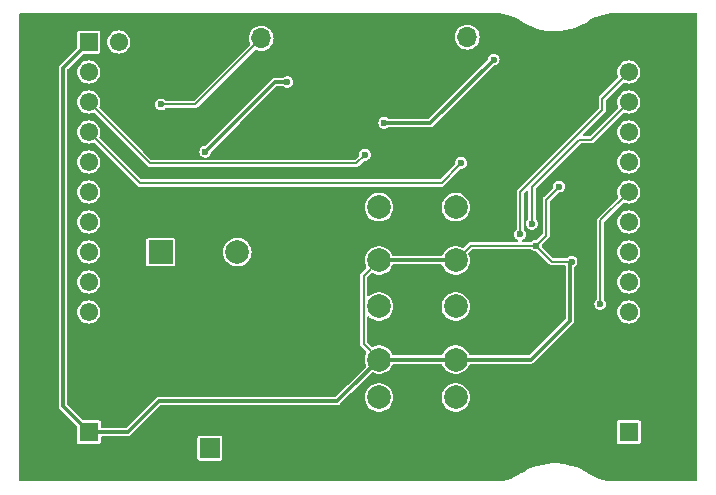
<source format=gbr>
G04 #@! TF.GenerationSoftware,KiCad,Pcbnew,8.0.8*
G04 #@! TF.CreationDate,2025-05-26T08:32:39+07:00*
G04 #@! TF.ProjectId,LP_MSPM0C1104-EB-V1.1,4c505f4d-5350-44d3-9043-313130342d45,rev?*
G04 #@! TF.SameCoordinates,Original*
G04 #@! TF.FileFunction,Copper,L2,Bot*
G04 #@! TF.FilePolarity,Positive*
%FSLAX46Y46*%
G04 Gerber Fmt 4.6, Leading zero omitted, Abs format (unit mm)*
G04 Created by KiCad (PCBNEW 8.0.8) date 2025-05-26 08:32:39*
%MOMM*%
%LPD*%
G01*
G04 APERTURE LIST*
G04 Aperture macros list*
%AMRoundRect*
0 Rectangle with rounded corners*
0 $1 Rounding radius*
0 $2 $3 $4 $5 $6 $7 $8 $9 X,Y pos of 4 corners*
0 Add a 4 corners polygon primitive as box body*
4,1,4,$2,$3,$4,$5,$6,$7,$8,$9,$2,$3,0*
0 Add four circle primitives for the rounded corners*
1,1,$1+$1,$2,$3*
1,1,$1+$1,$4,$5*
1,1,$1+$1,$6,$7*
1,1,$1+$1,$8,$9*
0 Add four rect primitives between the rounded corners*
20,1,$1+$1,$2,$3,$4,$5,0*
20,1,$1+$1,$4,$5,$6,$7,0*
20,1,$1+$1,$6,$7,$8,$9,0*
20,1,$1+$1,$8,$9,$2,$3,0*%
G04 Aperture macros list end*
G04 #@! TA.AperFunction,ComponentPad*
%ADD10R,1.700000X1.700000*%
G04 #@! TD*
G04 #@! TA.AperFunction,ComponentPad*
%ADD11O,1.700000X1.700000*%
G04 #@! TD*
G04 #@! TA.AperFunction,ComponentPad*
%ADD12C,2.000000*%
G04 #@! TD*
G04 #@! TA.AperFunction,ComponentPad*
%ADD13R,2.000000X2.000000*%
G04 #@! TD*
G04 #@! TA.AperFunction,ComponentPad*
%ADD14R,1.650000X1.650000*%
G04 #@! TD*
G04 #@! TA.AperFunction,ComponentPad*
%ADD15C,1.650000*%
G04 #@! TD*
G04 #@! TA.AperFunction,ComponentPad*
%ADD16C,1.550000*%
G04 #@! TD*
G04 #@! TA.AperFunction,ComponentPad*
%ADD17RoundRect,0.046500X-0.728500X0.728500X-0.728500X-0.728500X0.728500X-0.728500X0.728500X0.728500X0*%
G04 #@! TD*
G04 #@! TA.AperFunction,ViaPad*
%ADD18C,0.600000*%
G04 #@! TD*
G04 #@! TA.AperFunction,Conductor*
%ADD19C,0.200000*%
G04 #@! TD*
G04 #@! TA.AperFunction,Conductor*
%ADD20C,0.300000*%
G04 #@! TD*
G04 APERTURE END LIST*
D10*
G04 #@! TO.P,J1,1,Pin_1*
G04 #@! TO.N,GND*
X137762000Y-87308050D03*
D11*
G04 #@! TO.P,J1,2,Pin_2*
G04 #@! TO.N,VIN*
X140302000Y-87308050D03*
G04 #@! TD*
D10*
G04 #@! TO.P,L1,1,1*
G04 #@! TO.N,Net-(C17-Pad2)*
X135962000Y-122008050D03*
D11*
G04 #@! TO.P,L1,2,2*
G04 #@! TO.N,GND*
X138502000Y-122008050D03*
G04 #@! TD*
D12*
G04 #@! TO.P,SW2,1,1*
G04 #@! TO.N,3V3*
X156787000Y-114508050D03*
X150287000Y-114508050D03*
G04 #@! TO.P,SW2,2,2*
G04 #@! TO.N,/KEY1*
X156787000Y-110008050D03*
X150287000Y-110008050D03*
G04 #@! TD*
D13*
G04 #@! TO.P,BZ1,1,-*
G04 #@! TO.N,V_ALL*
X131787000Y-105408050D03*
D12*
G04 #@! TO.P,BZ1,2,+*
G04 #@! TO.N,Net-(BZ1-+)*
X138287000Y-105408050D03*
G04 #@! TD*
D10*
G04 #@! TO.P,J2,1,Pin_1*
G04 #@! TO.N,GND*
X155212000Y-87208050D03*
D11*
G04 #@! TO.P,J2,2,Pin_2*
G04 #@! TO.N,LIN*
X157752000Y-87208050D03*
G04 #@! TD*
D12*
G04 #@! TO.P,SW3,1,1*
G04 #@! TO.N,3V3*
X156787000Y-106108050D03*
X150287000Y-106108050D03*
G04 #@! TO.P,SW3,2,2*
G04 #@! TO.N,/KEY0*
X156787000Y-101608050D03*
X150287000Y-101608050D03*
G04 #@! TD*
D14*
G04 #@! TO.P,J4,1*
G04 #@! TO.N,3V3*
X125717300Y-120645550D03*
D15*
G04 #@! TO.P,J4,2*
G04 #@! TO.N,GND*
X125717300Y-118105550D03*
G04 #@! TO.P,J4,3*
X125717300Y-115565550D03*
G04 #@! TD*
D14*
G04 #@! TO.P,J5,1*
G04 #@! TO.N,+5V*
X171437300Y-120645550D03*
D15*
G04 #@! TO.P,J5,2*
G04 #@! TO.N,GND*
X171437300Y-118105550D03*
G04 #@! TO.P,J5,3*
X171437300Y-115565550D03*
G04 #@! TD*
D12*
G04 #@! TO.P,SW1,1,1*
G04 #@! TO.N,GND*
X156787000Y-122208050D03*
X150287000Y-122208050D03*
G04 #@! TO.P,SW1,2,2*
G04 #@! TO.N,/KEY2*
X156787000Y-117708050D03*
X150287000Y-117708050D03*
G04 #@! TD*
D16*
G04 #@! TO.P,J2,11*
G04 #@! TO.N,PA20_A6*
X171437300Y-110485550D03*
G04 #@! TO.P,J2,12*
G04 #@! TO.N,PA23*
X171437300Y-107945550D03*
G04 #@! TO.P,J2,13*
G04 #@! TO.N,PA2*
X171437300Y-105405550D03*
G04 #@! TO.P,J2,14*
G04 #@! TO.N,PA4*
X171437300Y-102865550D03*
G04 #@! TO.P,J2,15*
G04 #@! TO.N,PA18_A7_BP*
X171437300Y-100325550D03*
G04 #@! TO.P,J2,16*
G04 #@! TO.N,PA1_NRST*
X171437300Y-97785550D03*
G04 #@! TO.P,J2,17*
G04 #@! TO.N,PA19*
X171437300Y-95245550D03*
G04 #@! TO.P,J2,18*
G04 #@! TO.N,PA17_A9_BP*
X171437300Y-92705550D03*
G04 #@! TO.P,J2,19*
G04 #@! TO.N,PA16*
X171437300Y-90165550D03*
G04 #@! TO.P,J2,20*
G04 #@! TO.N,GND*
X171437300Y-87625550D03*
G04 #@! TD*
G04 #@! TO.P,J3,21*
G04 #@! TO.N,+5V*
X128257300Y-87625550D03*
G04 #@! TO.P,J3,22*
G04 #@! TO.N,GND*
X128257300Y-90165550D03*
G04 #@! TD*
D17*
G04 #@! TO.P,J1,1*
G04 #@! TO.N,3V3*
X125717300Y-87625550D03*
D16*
G04 #@! TO.P,J1,2*
G04 #@! TO.N,PA25_A2*
X125717300Y-90165550D03*
G04 #@! TO.P,J1,3*
G04 #@! TO.N,PA26_UART_RX_A1*
X125717300Y-92705550D03*
G04 #@! TO.P,J1,4*
G04 #@! TO.N,PA27_UART_TX_A0*
X125717300Y-95245550D03*
G04 #@! TO.P,J1,5*
G04 #@! TO.N,PA24_A3*
X125717300Y-97785550D03*
G04 #@! TO.P,J1,6*
G04 #@! TO.N,PA28_A5*
X125717300Y-100325550D03*
G04 #@! TO.P,J1,7*
G04 #@! TO.N,PA6*
X125717300Y-102865550D03*
G04 #@! TO.P,J1,8*
G04 #@! TO.N,PA22_A4*
X125717300Y-105405550D03*
G04 #@! TO.P,J1,9*
G04 #@! TO.N,PA11_BP*
X125717300Y-107945550D03*
G04 #@! TO.P,J1,10*
G04 #@! TO.N,PA0_BP*
X125717300Y-110485550D03*
G04 #@! TD*
D18*
G04 #@! TO.N,GND*
X164787000Y-91708050D03*
X164787000Y-93008050D03*
G04 #@! TO.N,PA27_UART_TX_A0*
X157237000Y-97858050D03*
G04 #@! TO.N,V_ALL*
X150737000Y-94458050D03*
G04 #@! TO.N,PA26_UART_RX_A1*
X149087000Y-97158050D03*
G04 #@! TO.N,GND*
X159937000Y-103758050D03*
G04 #@! TO.N,PA16*
X162237000Y-103908050D03*
G04 #@! TO.N,PA17_A9_BP*
X163237000Y-103008050D03*
G04 #@! TO.N,PA18_A7_BP*
X169037000Y-109808050D03*
G04 #@! TO.N,GND*
X148137000Y-93608050D03*
X152937000Y-112208050D03*
X141537000Y-120408050D03*
X159537000Y-95258050D03*
X154937000Y-112208050D03*
X165187000Y-104108050D03*
X144737000Y-112208050D03*
X134737000Y-116208050D03*
X130537000Y-115208050D03*
X132937000Y-115208050D03*
X145537000Y-108208050D03*
X160037000Y-112708050D03*
X135737000Y-87208050D03*
X162037000Y-112708050D03*
X167737000Y-106708050D03*
X167937000Y-98008050D03*
X159537000Y-93958050D03*
X168737000Y-88208050D03*
X160137000Y-108408050D03*
X144737000Y-113208050D03*
X162137000Y-121408050D03*
X163137000Y-121408050D03*
X145937000Y-96008050D03*
X160137000Y-106008050D03*
X131537000Y-95808050D03*
X151437000Y-91958050D03*
X144737000Y-111208050D03*
X141937000Y-100608050D03*
X140337000Y-120408050D03*
X145537000Y-105808050D03*
X135737000Y-86208050D03*
X143937000Y-96008050D03*
X139137000Y-120408050D03*
X137937000Y-120408050D03*
X131537000Y-94608050D03*
X144937000Y-96008050D03*
X146937000Y-93608050D03*
X153937000Y-112208050D03*
X145937000Y-93608050D03*
X160937000Y-98958050D03*
X168737000Y-89208050D03*
X161037000Y-112708050D03*
X131537000Y-97008050D03*
X151437000Y-91108050D03*
X168737000Y-90408050D03*
X135937000Y-116208050D03*
X161787000Y-98958050D03*
X137137000Y-116208050D03*
X131737000Y-115208050D03*
X167937000Y-99008050D03*
X165337000Y-105408050D03*
X140937000Y-100608050D03*
X135737000Y-88208050D03*
X142937000Y-100608050D03*
X145537000Y-107008050D03*
X151437000Y-90208050D03*
X161137000Y-121408050D03*
X160137000Y-107208050D03*
G04 #@! TO.N,3V3*
X163587000Y-104858050D03*
X165537000Y-99858050D03*
X166587000Y-106208050D03*
G04 #@! TO.N,VIN*
X131837000Y-92908050D03*
G04 #@! TO.N,V_ALL*
X159987000Y-89108050D03*
X142537000Y-91008050D03*
X135587000Y-96908050D03*
G04 #@! TD*
D19*
G04 #@! TO.N,PA27_UART_TX_A0*
X157237000Y-97908050D02*
X157237000Y-97858050D01*
X157087000Y-98058050D02*
X157237000Y-97908050D01*
X130029800Y-99558050D02*
X125717300Y-95245550D01*
X155587000Y-99558050D02*
X130029800Y-99558050D01*
X157087000Y-98058050D02*
X155587000Y-99558050D01*
D20*
G04 #@! TO.N,V_ALL*
X150737000Y-94458050D02*
X154637000Y-94458050D01*
X154637000Y-94458050D02*
X159987000Y-89108050D01*
D19*
G04 #@! TO.N,PA26_UART_RX_A1*
X148337000Y-97908050D02*
X149087000Y-97158050D01*
X147587000Y-97908050D02*
X148337000Y-97908050D01*
X130919800Y-97908050D02*
X147587000Y-97908050D01*
G04 #@! TO.N,PA16*
X169187000Y-93392365D02*
X169187000Y-92408050D01*
X162237000Y-100342365D02*
X169187000Y-93392365D01*
X162237000Y-103908050D02*
X162237000Y-100342365D01*
X169187000Y-92408050D02*
X169194800Y-92408050D01*
X169194800Y-92408050D02*
X171437300Y-90165550D01*
G04 #@! TO.N,PA17_A9_BP*
X168234800Y-95908050D02*
X171437300Y-92705550D01*
X167237000Y-95908050D02*
X168234800Y-95908050D01*
X163237000Y-99908050D02*
X167237000Y-95908050D01*
X163237000Y-103008050D02*
X163237000Y-99908050D01*
G04 #@! TO.N,PA26_UART_RX_A1*
X125717300Y-92705550D02*
X130919800Y-97908050D01*
G04 #@! TO.N,PA18_A7_BP*
X169037000Y-109808050D02*
X169037000Y-102725850D01*
X169037000Y-102725850D02*
X171437300Y-100325550D01*
G04 #@! TO.N,3V3*
X158037000Y-104858050D02*
X163587000Y-104858050D01*
D20*
X125717300Y-120645550D02*
X128999500Y-120645550D01*
D19*
X165537000Y-99858050D02*
X164437000Y-100958050D01*
D20*
X166437000Y-106358050D02*
X166587000Y-106208050D01*
D19*
X148987000Y-113208050D02*
X150287000Y-114508050D01*
D20*
X147737000Y-117008050D02*
X147787000Y-117008050D01*
D19*
X150287000Y-106108050D02*
X148987000Y-107408050D01*
X148987000Y-107408050D02*
X148987000Y-113208050D01*
D20*
X123537000Y-118465250D02*
X123537000Y-89805850D01*
D19*
X164437000Y-104008050D02*
X163587000Y-104858050D01*
X164437000Y-100958050D02*
X164437000Y-104008050D01*
X163587000Y-104858050D02*
X164937000Y-106208050D01*
D20*
X131637000Y-118008050D02*
X146737000Y-118008050D01*
X150287000Y-114508050D02*
X156787000Y-114508050D01*
X156787000Y-106108050D02*
X150287000Y-106108050D01*
D19*
X156787000Y-106108050D02*
X158037000Y-104858050D01*
D20*
X163137000Y-114508050D02*
X166437000Y-111208050D01*
X125717300Y-120645550D02*
X123537000Y-118465250D01*
X166437000Y-111208050D02*
X166437000Y-106358050D01*
X128999500Y-120645550D02*
X131637000Y-118008050D01*
X156787000Y-114508050D02*
X163137000Y-114508050D01*
X147787000Y-117008050D02*
X150287000Y-114508050D01*
X146737000Y-118008050D02*
X147737000Y-117008050D01*
D19*
X164937000Y-106208050D02*
X166587000Y-106208050D01*
D20*
X123537000Y-89805850D02*
X125717300Y-87625550D01*
D19*
G04 #@! TO.N,VIN*
X134702000Y-92908050D02*
X140302000Y-87308050D01*
X131837000Y-92908050D02*
X134702000Y-92908050D01*
D20*
G04 #@! TO.N,V_ALL*
X141487000Y-91008050D02*
X142537000Y-91008050D01*
X135587000Y-96908050D02*
X141487000Y-91008050D01*
G04 #@! TD*
G04 #@! TA.AperFunction,Conductor*
G04 #@! TO.N,GND*
G36*
X163198108Y-105177457D02*
G01*
X163214733Y-105192717D01*
X163255872Y-105240193D01*
X163376947Y-105318003D01*
X163483403Y-105349261D01*
X163515035Y-105358549D01*
X163515036Y-105358549D01*
X163515039Y-105358550D01*
X163515041Y-105358550D01*
X163621521Y-105358550D01*
X163679712Y-105377457D01*
X163691525Y-105387546D01*
X164696540Y-106392561D01*
X164696539Y-106392561D01*
X164752489Y-106448510D01*
X164821007Y-106488069D01*
X164821011Y-106488071D01*
X164897435Y-106508549D01*
X164897437Y-106508550D01*
X164897438Y-106508550D01*
X165987500Y-106508550D01*
X166045691Y-106527457D01*
X166081655Y-106576957D01*
X166086500Y-106607550D01*
X166086500Y-111021860D01*
X166067593Y-111080051D01*
X166057504Y-111091864D01*
X163020814Y-114128554D01*
X162966297Y-114156331D01*
X162950810Y-114157550D01*
X158010183Y-114157550D01*
X157951992Y-114138643D01*
X157916028Y-114089143D01*
X157914963Y-114085644D01*
X157911229Y-114072523D01*
X157911227Y-114072519D01*
X157812058Y-113873361D01*
X157677981Y-113695814D01*
X157513562Y-113545926D01*
X157324401Y-113428803D01*
X157116940Y-113348432D01*
X157116939Y-113348431D01*
X157116937Y-113348431D01*
X156898243Y-113307550D01*
X156675757Y-113307550D01*
X156457062Y-113348431D01*
X156380797Y-113377976D01*
X156249599Y-113428803D01*
X156220580Y-113446771D01*
X156060438Y-113545926D01*
X155896020Y-113695813D01*
X155761943Y-113873359D01*
X155761938Y-113873368D01*
X155662770Y-114072523D01*
X155659037Y-114085644D01*
X155624926Y-114136439D01*
X155567474Y-114157482D01*
X155563817Y-114157550D01*
X151510183Y-114157550D01*
X151451992Y-114138643D01*
X151416028Y-114089143D01*
X151414963Y-114085644D01*
X151411229Y-114072523D01*
X151411227Y-114072519D01*
X151312058Y-113873361D01*
X151177981Y-113695814D01*
X151013562Y-113545926D01*
X150824401Y-113428803D01*
X150616940Y-113348432D01*
X150616939Y-113348431D01*
X150616937Y-113348431D01*
X150398243Y-113307550D01*
X150175757Y-113307550D01*
X149957062Y-113348431D01*
X149749596Y-113428804D01*
X149749587Y-113428808D01*
X149744077Y-113432220D01*
X149684647Y-113446771D01*
X149628014Y-113423610D01*
X149621967Y-113418046D01*
X149316496Y-113112575D01*
X149288719Y-113058058D01*
X149287500Y-113042571D01*
X149287500Y-110945570D01*
X149306407Y-110887379D01*
X149355907Y-110851415D01*
X149417093Y-110851415D01*
X149453190Y-110872404D01*
X149560438Y-110970174D01*
X149749599Y-111087297D01*
X149957060Y-111167668D01*
X150175757Y-111208550D01*
X150398243Y-111208550D01*
X150616940Y-111167668D01*
X150824401Y-111087297D01*
X151013562Y-110970174D01*
X151177981Y-110820286D01*
X151312058Y-110642739D01*
X151411229Y-110443578D01*
X151472115Y-110229586D01*
X151492643Y-110008050D01*
X155581357Y-110008050D01*
X155601885Y-110229586D01*
X155662771Y-110443578D01*
X155761942Y-110642739D01*
X155896019Y-110820286D01*
X156060438Y-110970174D01*
X156249599Y-111087297D01*
X156457060Y-111167668D01*
X156675757Y-111208550D01*
X156898243Y-111208550D01*
X157116940Y-111167668D01*
X157324401Y-111087297D01*
X157513562Y-110970174D01*
X157677981Y-110820286D01*
X157812058Y-110642739D01*
X157911229Y-110443578D01*
X157972115Y-110229586D01*
X157992643Y-110008050D01*
X157972115Y-109786514D01*
X157911229Y-109572522D01*
X157812058Y-109373361D01*
X157677981Y-109195814D01*
X157513562Y-109045926D01*
X157324401Y-108928803D01*
X157116940Y-108848432D01*
X157116939Y-108848431D01*
X157116937Y-108848431D01*
X156898243Y-108807550D01*
X156675757Y-108807550D01*
X156457062Y-108848431D01*
X156450031Y-108851155D01*
X156249599Y-108928803D01*
X156060438Y-109045926D01*
X155896020Y-109195813D01*
X155761943Y-109373359D01*
X155761938Y-109373368D01*
X155681615Y-109534678D01*
X155662771Y-109572522D01*
X155601885Y-109786514D01*
X155581357Y-110008050D01*
X151492643Y-110008050D01*
X151472115Y-109786514D01*
X151411229Y-109572522D01*
X151312058Y-109373361D01*
X151177981Y-109195814D01*
X151013562Y-109045926D01*
X150824401Y-108928803D01*
X150616940Y-108848432D01*
X150616939Y-108848431D01*
X150616937Y-108848431D01*
X150398243Y-108807550D01*
X150175757Y-108807550D01*
X149957062Y-108848431D01*
X149950031Y-108851155D01*
X149749599Y-108928803D01*
X149560438Y-109045926D01*
X149453194Y-109143691D01*
X149397455Y-109168921D01*
X149337529Y-109156569D01*
X149296309Y-109111352D01*
X149287500Y-109070529D01*
X149287500Y-107573527D01*
X149306407Y-107515336D01*
X149316484Y-107503536D01*
X149621969Y-107198050D01*
X149676484Y-107170275D01*
X149736916Y-107179846D01*
X149744083Y-107183882D01*
X149749599Y-107187297D01*
X149957060Y-107267668D01*
X150175757Y-107308550D01*
X150398243Y-107308550D01*
X150616940Y-107267668D01*
X150824401Y-107187297D01*
X151013562Y-107070174D01*
X151177981Y-106920286D01*
X151312058Y-106742739D01*
X151411229Y-106543578D01*
X151414963Y-106530456D01*
X151449074Y-106479661D01*
X151506526Y-106458618D01*
X151510183Y-106458550D01*
X155563817Y-106458550D01*
X155622008Y-106477457D01*
X155657972Y-106526957D01*
X155659037Y-106530456D01*
X155662771Y-106543578D01*
X155761942Y-106742739D01*
X155896019Y-106920286D01*
X156060438Y-107070174D01*
X156249599Y-107187297D01*
X156457060Y-107267668D01*
X156675757Y-107308550D01*
X156898243Y-107308550D01*
X157116940Y-107267668D01*
X157324401Y-107187297D01*
X157513562Y-107070174D01*
X157677981Y-106920286D01*
X157812058Y-106742739D01*
X157911229Y-106543578D01*
X157972115Y-106329586D01*
X157992643Y-106108050D01*
X157972115Y-105886514D01*
X157911229Y-105672522D01*
X157855309Y-105560221D01*
X157846297Y-105499706D01*
X157873926Y-105446093D01*
X158132475Y-105187546D01*
X158186991Y-105159769D01*
X158202478Y-105158550D01*
X163139917Y-105158550D01*
X163198108Y-105177457D01*
G37*
G04 #@! TD.AperFunction*
G04 #@! TA.AperFunction,Conductor*
G36*
X160085564Y-85179736D02*
G01*
X160421551Y-85193733D01*
X160429761Y-85194417D01*
X160761399Y-85236059D01*
X160769524Y-85237425D01*
X161096534Y-85306505D01*
X161104496Y-85308536D01*
X161424643Y-85404579D01*
X161432432Y-85407274D01*
X161743462Y-85529607D01*
X161750999Y-85532940D01*
X162050788Y-85680724D01*
X162058003Y-85684663D01*
X162344377Y-85856819D01*
X162346475Y-85858117D01*
X162349512Y-85860049D01*
X162350144Y-85860452D01*
X162351497Y-85861329D01*
X162525844Y-85976349D01*
X162899922Y-86180539D01*
X162899932Y-86180543D01*
X162899937Y-86180546D01*
X162900012Y-86180579D01*
X163289687Y-86352907D01*
X163692438Y-86492257D01*
X164105385Y-86597625D01*
X164525665Y-86668280D01*
X164950366Y-86703732D01*
X165376544Y-86703736D01*
X165801245Y-86668291D01*
X165971086Y-86639741D01*
X166221523Y-86597645D01*
X166362639Y-86561640D01*
X166634475Y-86492283D01*
X167037229Y-86352940D01*
X167426997Y-86180579D01*
X167427058Y-86180546D01*
X167801054Y-85976409D01*
X167801052Y-85976409D01*
X167801078Y-85976396D01*
X167918536Y-85898909D01*
X167918903Y-85898701D01*
X167924227Y-85895185D01*
X167924233Y-85895184D01*
X167977111Y-85860271D01*
X167980611Y-85858066D01*
X168268865Y-85684893D01*
X168276067Y-85680965D01*
X168575882Y-85533274D01*
X168583409Y-85529949D01*
X168655333Y-85501684D01*
X168894473Y-85407706D01*
X168902231Y-85405024D01*
X169222395Y-85309075D01*
X169230361Y-85307045D01*
X169557380Y-85238062D01*
X169565491Y-85236701D01*
X169897121Y-85195155D01*
X169905311Y-85194474D01*
X170240998Y-85180584D01*
X170245071Y-85180500D01*
X170309248Y-85180519D01*
X170309250Y-85180518D01*
X170315546Y-85180520D01*
X170315867Y-85180500D01*
X170316538Y-85180500D01*
X170316671Y-85180490D01*
X177111588Y-85179661D01*
X177169781Y-85198561D01*
X177205751Y-85248057D01*
X177210600Y-85278661D01*
X177210600Y-124719650D01*
X177191693Y-124777841D01*
X177142193Y-124813805D01*
X177111600Y-124818650D01*
X170315845Y-124818650D01*
X170315782Y-124818646D01*
X170309360Y-124818646D01*
X170309359Y-124818646D01*
X170294134Y-124818646D01*
X170245514Y-124818649D01*
X170241396Y-124818563D01*
X169905420Y-124804588D01*
X169897206Y-124803903D01*
X169565601Y-124762285D01*
X169557473Y-124760920D01*
X169230453Y-124691858D01*
X169222466Y-124689820D01*
X168902349Y-124593803D01*
X168894561Y-124591109D01*
X168583535Y-124468796D01*
X168575996Y-124465463D01*
X168276206Y-124317694D01*
X168268972Y-124313745D01*
X168025599Y-124167451D01*
X168016364Y-124160235D01*
X168015958Y-124160766D01*
X168010812Y-124156817D01*
X167970032Y-124133272D01*
X167964946Y-124130126D01*
X167801622Y-124022177D01*
X167427731Y-123817669D01*
X167427725Y-123817666D01*
X167427721Y-123817664D01*
X167038102Y-123644958D01*
X167038098Y-123644956D01*
X167038090Y-123644953D01*
X167038083Y-123644950D01*
X166635480Y-123505263D01*
X166635457Y-123505256D01*
X166222637Y-123399542D01*
X166222613Y-123399537D01*
X166222609Y-123399536D01*
X166074356Y-123374481D01*
X165802377Y-123328518D01*
X165406574Y-123295137D01*
X165377713Y-123292703D01*
X165377345Y-123292702D01*
X164951537Y-123292334D01*
X164951527Y-123292335D01*
X164526806Y-123327416D01*
X164526780Y-123327419D01*
X164106460Y-123397704D01*
X164106440Y-123397709D01*
X163693406Y-123502717D01*
X163290539Y-123641717D01*
X162900625Y-123813746D01*
X162526367Y-124017615D01*
X162526363Y-124017617D01*
X162408724Y-124095078D01*
X162407867Y-124095565D01*
X162407741Y-124095648D01*
X162406566Y-124096316D01*
X162349768Y-124133896D01*
X162349623Y-124133992D01*
X162348916Y-124134458D01*
X162345578Y-124136564D01*
X162057490Y-124310387D01*
X162050262Y-124314347D01*
X161750559Y-124462691D01*
X161743026Y-124466037D01*
X161432007Y-124588942D01*
X161424222Y-124591649D01*
X161104077Y-124688250D01*
X161096094Y-124690301D01*
X160769001Y-124759942D01*
X160760875Y-124761321D01*
X160429141Y-124803511D01*
X160420928Y-124804210D01*
X160097154Y-124818211D01*
X160086946Y-124818125D01*
X160047713Y-124815770D01*
X160042569Y-124816823D01*
X160022748Y-124818832D01*
X119890621Y-124827420D01*
X119832426Y-124808525D01*
X119796452Y-124759033D01*
X119791600Y-124728420D01*
X119791600Y-89759706D01*
X123186500Y-89759706D01*
X123186500Y-118511394D01*
X123188883Y-118520286D01*
X123210386Y-118600538D01*
X123256530Y-118680462D01*
X124662805Y-120086737D01*
X124690581Y-120141252D01*
X124691800Y-120156739D01*
X124691800Y-121490296D01*
X124691801Y-121490308D01*
X124703432Y-121548777D01*
X124703433Y-121548781D01*
X124747748Y-121615102D01*
X124814069Y-121659417D01*
X124858531Y-121668261D01*
X124872541Y-121671048D01*
X124872546Y-121671048D01*
X124872552Y-121671050D01*
X124872553Y-121671050D01*
X126562047Y-121671050D01*
X126562048Y-121671050D01*
X126620531Y-121659417D01*
X126686852Y-121615102D01*
X126731167Y-121548781D01*
X126742800Y-121490298D01*
X126742800Y-121138303D01*
X134911500Y-121138303D01*
X134911500Y-122877796D01*
X134911501Y-122877808D01*
X134923132Y-122936277D01*
X134923133Y-122936281D01*
X134967448Y-123002602D01*
X135033769Y-123046917D01*
X135078231Y-123055761D01*
X135092241Y-123058548D01*
X135092246Y-123058548D01*
X135092252Y-123058550D01*
X135092253Y-123058550D01*
X136831747Y-123058550D01*
X136831748Y-123058550D01*
X136890231Y-123046917D01*
X136956552Y-123002602D01*
X137000867Y-122936281D01*
X137012500Y-122877798D01*
X137012500Y-121138302D01*
X137000867Y-121079819D01*
X136956552Y-121013498D01*
X136930440Y-120996050D01*
X136890233Y-120969184D01*
X136890231Y-120969183D01*
X136890228Y-120969182D01*
X136890227Y-120969182D01*
X136831758Y-120957551D01*
X136831748Y-120957550D01*
X135092252Y-120957550D01*
X135092251Y-120957550D01*
X135092241Y-120957551D01*
X135033772Y-120969182D01*
X135033766Y-120969184D01*
X134967451Y-121013495D01*
X134967445Y-121013501D01*
X134923134Y-121079816D01*
X134923132Y-121079822D01*
X134911501Y-121138291D01*
X134911500Y-121138303D01*
X126742800Y-121138303D01*
X126742800Y-121095050D01*
X126761707Y-121036859D01*
X126811207Y-121000895D01*
X126841800Y-120996050D01*
X129045642Y-120996050D01*
X129045644Y-120996050D01*
X129134788Y-120972164D01*
X129160100Y-120957550D01*
X129214712Y-120926020D01*
X130339928Y-119800803D01*
X170411800Y-119800803D01*
X170411800Y-121490296D01*
X170411801Y-121490308D01*
X170423432Y-121548777D01*
X170423433Y-121548781D01*
X170467748Y-121615102D01*
X170534069Y-121659417D01*
X170578531Y-121668261D01*
X170592541Y-121671048D01*
X170592546Y-121671048D01*
X170592552Y-121671050D01*
X170592553Y-121671050D01*
X172282047Y-121671050D01*
X172282048Y-121671050D01*
X172340531Y-121659417D01*
X172406852Y-121615102D01*
X172451167Y-121548781D01*
X172462800Y-121490298D01*
X172462800Y-119800802D01*
X172451167Y-119742319D01*
X172406852Y-119675998D01*
X172406848Y-119675995D01*
X172340533Y-119631684D01*
X172340531Y-119631683D01*
X172340528Y-119631682D01*
X172340527Y-119631682D01*
X172282058Y-119620051D01*
X172282048Y-119620050D01*
X170592552Y-119620050D01*
X170592551Y-119620050D01*
X170592541Y-119620051D01*
X170534072Y-119631682D01*
X170534066Y-119631684D01*
X170467751Y-119675995D01*
X170467745Y-119676001D01*
X170423434Y-119742316D01*
X170423432Y-119742322D01*
X170411801Y-119800791D01*
X170411800Y-119800803D01*
X130339928Y-119800803D01*
X131753185Y-118387545D01*
X131807702Y-118359769D01*
X131823189Y-118358550D01*
X146783142Y-118358550D01*
X146783144Y-118358550D01*
X146872288Y-118334664D01*
X146880639Y-118329842D01*
X146880644Y-118329841D01*
X146880644Y-118329840D01*
X146899820Y-118318768D01*
X146952212Y-118288520D01*
X147532681Y-117708050D01*
X149081357Y-117708050D01*
X149101885Y-117929586D01*
X149162771Y-118143578D01*
X149261942Y-118342739D01*
X149396019Y-118520286D01*
X149560438Y-118670174D01*
X149749599Y-118787297D01*
X149957060Y-118867668D01*
X150175757Y-118908550D01*
X150398243Y-118908550D01*
X150616940Y-118867668D01*
X150824401Y-118787297D01*
X151013562Y-118670174D01*
X151177981Y-118520286D01*
X151312058Y-118342739D01*
X151411229Y-118143578D01*
X151472115Y-117929586D01*
X151492643Y-117708050D01*
X155581357Y-117708050D01*
X155601885Y-117929586D01*
X155662771Y-118143578D01*
X155761942Y-118342739D01*
X155896019Y-118520286D01*
X156060438Y-118670174D01*
X156249599Y-118787297D01*
X156457060Y-118867668D01*
X156675757Y-118908550D01*
X156898243Y-118908550D01*
X157116940Y-118867668D01*
X157324401Y-118787297D01*
X157513562Y-118670174D01*
X157677981Y-118520286D01*
X157812058Y-118342739D01*
X157911229Y-118143578D01*
X157972115Y-117929586D01*
X157992643Y-117708050D01*
X157972115Y-117486514D01*
X157911229Y-117272522D01*
X157812058Y-117073361D01*
X157677981Y-116895814D01*
X157513562Y-116745926D01*
X157324401Y-116628803D01*
X157116940Y-116548432D01*
X157116939Y-116548431D01*
X157116937Y-116548431D01*
X156898243Y-116507550D01*
X156675757Y-116507550D01*
X156457062Y-116548431D01*
X156380797Y-116577976D01*
X156249599Y-116628803D01*
X156164592Y-116681437D01*
X156060438Y-116745926D01*
X155896020Y-116895813D01*
X155761943Y-117073359D01*
X155761938Y-117073368D01*
X155662772Y-117272519D01*
X155662771Y-117272522D01*
X155601885Y-117486514D01*
X155581357Y-117708050D01*
X151492643Y-117708050D01*
X151472115Y-117486514D01*
X151411229Y-117272522D01*
X151312058Y-117073361D01*
X151177981Y-116895814D01*
X151013562Y-116745926D01*
X150824401Y-116628803D01*
X150616940Y-116548432D01*
X150616939Y-116548431D01*
X150616937Y-116548431D01*
X150398243Y-116507550D01*
X150175757Y-116507550D01*
X149957062Y-116548431D01*
X149880797Y-116577976D01*
X149749599Y-116628803D01*
X149664592Y-116681437D01*
X149560438Y-116745926D01*
X149396020Y-116895813D01*
X149261943Y-117073359D01*
X149261938Y-117073368D01*
X149162772Y-117272519D01*
X149162771Y-117272522D01*
X149101885Y-117486514D01*
X149081357Y-117708050D01*
X147532681Y-117708050D01*
X147881375Y-117359355D01*
X147916983Y-117338805D01*
X147916296Y-117337146D01*
X147922285Y-117334665D01*
X147922285Y-117334664D01*
X147922288Y-117334664D01*
X147932322Y-117328871D01*
X148002212Y-117288520D01*
X149670712Y-115620018D01*
X149725227Y-115592243D01*
X149776474Y-115597708D01*
X149957060Y-115667668D01*
X150175757Y-115708550D01*
X150398243Y-115708550D01*
X150616940Y-115667668D01*
X150824401Y-115587297D01*
X151013562Y-115470174D01*
X151177981Y-115320286D01*
X151312058Y-115142739D01*
X151411229Y-114943578D01*
X151414963Y-114930456D01*
X151449074Y-114879661D01*
X151506526Y-114858618D01*
X151510183Y-114858550D01*
X155563817Y-114858550D01*
X155622008Y-114877457D01*
X155657972Y-114926957D01*
X155659037Y-114930456D01*
X155662771Y-114943578D01*
X155761942Y-115142739D01*
X155896019Y-115320286D01*
X156060438Y-115470174D01*
X156249599Y-115587297D01*
X156457060Y-115667668D01*
X156675757Y-115708550D01*
X156898243Y-115708550D01*
X157116940Y-115667668D01*
X157324401Y-115587297D01*
X157513562Y-115470174D01*
X157677981Y-115320286D01*
X157812058Y-115142739D01*
X157911229Y-114943578D01*
X157914963Y-114930456D01*
X157949074Y-114879661D01*
X158006526Y-114858618D01*
X158010183Y-114858550D01*
X163183142Y-114858550D01*
X163183144Y-114858550D01*
X163272288Y-114834664D01*
X163352212Y-114788520D01*
X166717470Y-111423262D01*
X166763614Y-111343338D01*
X166787500Y-111254193D01*
X166787500Y-111161906D01*
X166787500Y-110485546D01*
X170457080Y-110485546D01*
X170457080Y-110485553D01*
X170475913Y-110676776D01*
X170475914Y-110676781D01*
X170531695Y-110860664D01*
X170531697Y-110860669D01*
X170622269Y-111030119D01*
X170622275Y-111030128D01*
X170622277Y-111030131D01*
X170649144Y-111062868D01*
X170744175Y-111178665D01*
X170744184Y-111178674D01*
X170813458Y-111235525D01*
X170892719Y-111300573D01*
X170892723Y-111300575D01*
X170892730Y-111300580D01*
X171062180Y-111391152D01*
X171062186Y-111391155D01*
X171190288Y-111430014D01*
X171246068Y-111446935D01*
X171246073Y-111446936D01*
X171437297Y-111465770D01*
X171437300Y-111465770D01*
X171437303Y-111465770D01*
X171628526Y-111446936D01*
X171628531Y-111446935D01*
X171812414Y-111391155D01*
X171873170Y-111358679D01*
X171981869Y-111300580D01*
X171981872Y-111300577D01*
X171981881Y-111300573D01*
X172130420Y-111178670D01*
X172252323Y-111030131D01*
X172252327Y-111030122D01*
X172252330Y-111030119D01*
X172310429Y-110921420D01*
X172342905Y-110860664D01*
X172398685Y-110676781D01*
X172398686Y-110676776D01*
X172417520Y-110485553D01*
X172417520Y-110485546D01*
X172398686Y-110294323D01*
X172398685Y-110294318D01*
X172367099Y-110190193D01*
X172342905Y-110110436D01*
X172342902Y-110110430D01*
X172252330Y-109940980D01*
X172252325Y-109940973D01*
X172252323Y-109940969D01*
X172143241Y-109808052D01*
X172130424Y-109792434D01*
X172130415Y-109792425D01*
X172043821Y-109721360D01*
X171981881Y-109670527D01*
X171981878Y-109670525D01*
X171981869Y-109670519D01*
X171812419Y-109579947D01*
X171812414Y-109579945D01*
X171628531Y-109524164D01*
X171628526Y-109524163D01*
X171437303Y-109505330D01*
X171437297Y-109505330D01*
X171246073Y-109524163D01*
X171246068Y-109524164D01*
X171062185Y-109579945D01*
X171062180Y-109579947D01*
X170892730Y-109670519D01*
X170892720Y-109670526D01*
X170744184Y-109792425D01*
X170744175Y-109792434D01*
X170622276Y-109940970D01*
X170622269Y-109940980D01*
X170531697Y-110110430D01*
X170531695Y-110110435D01*
X170475914Y-110294318D01*
X170475913Y-110294323D01*
X170457080Y-110485546D01*
X166787500Y-110485546D01*
X166787500Y-109808047D01*
X168531353Y-109808047D01*
X168531353Y-109808052D01*
X168551834Y-109950506D01*
X168578114Y-110008050D01*
X168611623Y-110081423D01*
X168636758Y-110110430D01*
X168705873Y-110190194D01*
X168826942Y-110268000D01*
X168826947Y-110268003D01*
X168916569Y-110294318D01*
X168965035Y-110308549D01*
X168965036Y-110308549D01*
X168965039Y-110308550D01*
X168965041Y-110308550D01*
X169108959Y-110308550D01*
X169108961Y-110308550D01*
X169247053Y-110268003D01*
X169368128Y-110190193D01*
X169462377Y-110081423D01*
X169522165Y-109950507D01*
X169542647Y-109808050D01*
X169540401Y-109792430D01*
X169522165Y-109665593D01*
X169462377Y-109534678D01*
X169462377Y-109534677D01*
X169368128Y-109425907D01*
X169368127Y-109425906D01*
X169363491Y-109420556D01*
X169365524Y-109418793D01*
X169340067Y-109376555D01*
X169337500Y-109354155D01*
X169337500Y-107945546D01*
X170457080Y-107945546D01*
X170457080Y-107945553D01*
X170475913Y-108136776D01*
X170475914Y-108136781D01*
X170531695Y-108320664D01*
X170531697Y-108320669D01*
X170622269Y-108490119D01*
X170622275Y-108490128D01*
X170622277Y-108490131D01*
X170673110Y-108552071D01*
X170744175Y-108638665D01*
X170744184Y-108638674D01*
X170813458Y-108695525D01*
X170892719Y-108760573D01*
X170892723Y-108760575D01*
X170892730Y-108760580D01*
X171062180Y-108851152D01*
X171062186Y-108851155D01*
X171190288Y-108890014D01*
X171246068Y-108906935D01*
X171246073Y-108906936D01*
X171437297Y-108925770D01*
X171437300Y-108925770D01*
X171437303Y-108925770D01*
X171628526Y-108906936D01*
X171628531Y-108906935D01*
X171812414Y-108851155D01*
X171893993Y-108807550D01*
X171981869Y-108760580D01*
X171981872Y-108760577D01*
X171981881Y-108760573D01*
X172130420Y-108638670D01*
X172252323Y-108490131D01*
X172252327Y-108490122D01*
X172252330Y-108490119D01*
X172342902Y-108320669D01*
X172342905Y-108320664D01*
X172398685Y-108136781D01*
X172398686Y-108136776D01*
X172417520Y-107945553D01*
X172417520Y-107945546D01*
X172398686Y-107754323D01*
X172398685Y-107754318D01*
X172381764Y-107698538D01*
X172342905Y-107570436D01*
X172322639Y-107532521D01*
X172252330Y-107400980D01*
X172252325Y-107400973D01*
X172252323Y-107400969D01*
X172176477Y-107308550D01*
X172130424Y-107252434D01*
X172130415Y-107252425D01*
X172027041Y-107167589D01*
X171981881Y-107130527D01*
X171981878Y-107130525D01*
X171981869Y-107130519D01*
X171812419Y-107039947D01*
X171812414Y-107039945D01*
X171628531Y-106984164D01*
X171628526Y-106984163D01*
X171437303Y-106965330D01*
X171437297Y-106965330D01*
X171246073Y-106984163D01*
X171246068Y-106984164D01*
X171062185Y-107039945D01*
X171062180Y-107039947D01*
X170892730Y-107130519D01*
X170892720Y-107130526D01*
X170744184Y-107252425D01*
X170744175Y-107252434D01*
X170622276Y-107400970D01*
X170622269Y-107400980D01*
X170531697Y-107570430D01*
X170531695Y-107570435D01*
X170475914Y-107754318D01*
X170475913Y-107754323D01*
X170457080Y-107945546D01*
X169337500Y-107945546D01*
X169337500Y-105405546D01*
X170457080Y-105405546D01*
X170457080Y-105405553D01*
X170475913Y-105596776D01*
X170475914Y-105596781D01*
X170531695Y-105780664D01*
X170531697Y-105780669D01*
X170622269Y-105950119D01*
X170622275Y-105950128D01*
X170622277Y-105950131D01*
X170673110Y-106012071D01*
X170744175Y-106098665D01*
X170744184Y-106098674D01*
X170813458Y-106155525D01*
X170892719Y-106220573D01*
X170892723Y-106220575D01*
X170892730Y-106220580D01*
X171062180Y-106311152D01*
X171062186Y-106311155D01*
X171190288Y-106350014D01*
X171246068Y-106366935D01*
X171246073Y-106366936D01*
X171437297Y-106385770D01*
X171437300Y-106385770D01*
X171437303Y-106385770D01*
X171628526Y-106366936D01*
X171628531Y-106366935D01*
X171812414Y-106311155D01*
X171873170Y-106278679D01*
X171981869Y-106220580D01*
X171981872Y-106220577D01*
X171981881Y-106220573D01*
X172130420Y-106098670D01*
X172252323Y-105950131D01*
X172252327Y-105950122D01*
X172252330Y-105950119D01*
X172310429Y-105841420D01*
X172342905Y-105780664D01*
X172398685Y-105596781D01*
X172398686Y-105596776D01*
X172417520Y-105405553D01*
X172417520Y-105405546D01*
X172398686Y-105214323D01*
X172398685Y-105214318D01*
X172377938Y-105145926D01*
X172342905Y-105030436D01*
X172336283Y-105018047D01*
X172252330Y-104860980D01*
X172252325Y-104860973D01*
X172252323Y-104860969D01*
X172180423Y-104773359D01*
X172130424Y-104712434D01*
X172130415Y-104712425D01*
X171988323Y-104595814D01*
X171981881Y-104590527D01*
X171981878Y-104590525D01*
X171981869Y-104590519D01*
X171812419Y-104499947D01*
X171812414Y-104499945D01*
X171628531Y-104444164D01*
X171628526Y-104444163D01*
X171437303Y-104425330D01*
X171437297Y-104425330D01*
X171246073Y-104444163D01*
X171246068Y-104444164D01*
X171062185Y-104499945D01*
X171062180Y-104499947D01*
X170892730Y-104590519D01*
X170892720Y-104590526D01*
X170744184Y-104712425D01*
X170744175Y-104712434D01*
X170622276Y-104860970D01*
X170622269Y-104860980D01*
X170531697Y-105030430D01*
X170531695Y-105030435D01*
X170475914Y-105214318D01*
X170475913Y-105214323D01*
X170457080Y-105405546D01*
X169337500Y-105405546D01*
X169337500Y-102891328D01*
X169345877Y-102865546D01*
X170457080Y-102865546D01*
X170457080Y-102865553D01*
X170475913Y-103056776D01*
X170475914Y-103056781D01*
X170531695Y-103240664D01*
X170531697Y-103240669D01*
X170622269Y-103410119D01*
X170622275Y-103410128D01*
X170622277Y-103410131D01*
X170658407Y-103454155D01*
X170744175Y-103558665D01*
X170744184Y-103558674D01*
X170813458Y-103615525D01*
X170892719Y-103680573D01*
X170892723Y-103680575D01*
X170892730Y-103680580D01*
X171051776Y-103765591D01*
X171062186Y-103771155D01*
X171190288Y-103810014D01*
X171246068Y-103826935D01*
X171246073Y-103826936D01*
X171437297Y-103845770D01*
X171437300Y-103845770D01*
X171437303Y-103845770D01*
X171628526Y-103826936D01*
X171628531Y-103826935D01*
X171812414Y-103771155D01*
X171873170Y-103738679D01*
X171981869Y-103680580D01*
X171981872Y-103680577D01*
X171981881Y-103680573D01*
X172130420Y-103558670D01*
X172252323Y-103410131D01*
X172252327Y-103410122D01*
X172252330Y-103410119D01*
X172342902Y-103240669D01*
X172342905Y-103240664D01*
X172398685Y-103056781D01*
X172398686Y-103056776D01*
X172417520Y-102865553D01*
X172417520Y-102865546D01*
X172398686Y-102674323D01*
X172398685Y-102674318D01*
X172367093Y-102570173D01*
X172342905Y-102490436D01*
X172340208Y-102485390D01*
X172252330Y-102320980D01*
X172252325Y-102320973D01*
X172252323Y-102320969D01*
X172187275Y-102241708D01*
X172130424Y-102172434D01*
X172130415Y-102172425D01*
X172043821Y-102101360D01*
X171981881Y-102050527D01*
X171981878Y-102050525D01*
X171981869Y-102050519D01*
X171812419Y-101959947D01*
X171812414Y-101959945D01*
X171628531Y-101904164D01*
X171628526Y-101904163D01*
X171437303Y-101885330D01*
X171437297Y-101885330D01*
X171246073Y-101904163D01*
X171246068Y-101904164D01*
X171062185Y-101959945D01*
X171062180Y-101959947D01*
X170892730Y-102050519D01*
X170892720Y-102050526D01*
X170744184Y-102172425D01*
X170744175Y-102172434D01*
X170622276Y-102320970D01*
X170622269Y-102320980D01*
X170531697Y-102490430D01*
X170531695Y-102490435D01*
X170475914Y-102674318D01*
X170475913Y-102674323D01*
X170457080Y-102865546D01*
X169345877Y-102865546D01*
X169356407Y-102833137D01*
X169366490Y-102821330D01*
X170941504Y-101246315D01*
X170996019Y-101218540D01*
X171056451Y-101228111D01*
X171058174Y-101229011D01*
X171062180Y-101231152D01*
X171062186Y-101231155D01*
X171190288Y-101270014D01*
X171246068Y-101286935D01*
X171246073Y-101286936D01*
X171437297Y-101305770D01*
X171437300Y-101305770D01*
X171437303Y-101305770D01*
X171628526Y-101286936D01*
X171628531Y-101286935D01*
X171812414Y-101231155D01*
X171922109Y-101172522D01*
X171981869Y-101140580D01*
X171981872Y-101140577D01*
X171981881Y-101140573D01*
X172130420Y-101018670D01*
X172252323Y-100870131D01*
X172252327Y-100870122D01*
X172252330Y-100870119D01*
X172340758Y-100704681D01*
X172342905Y-100700664D01*
X172398685Y-100516781D01*
X172398686Y-100516776D01*
X172417520Y-100325553D01*
X172417520Y-100325546D01*
X172398686Y-100134323D01*
X172398685Y-100134318D01*
X172367805Y-100032521D01*
X172342905Y-99950436D01*
X172331225Y-99928584D01*
X172252330Y-99780980D01*
X172252325Y-99780973D01*
X172252323Y-99780969D01*
X172187275Y-99701708D01*
X172130424Y-99632434D01*
X172130415Y-99632425D01*
X172043821Y-99561360D01*
X171981881Y-99510527D01*
X171981878Y-99510525D01*
X171981869Y-99510519D01*
X171812419Y-99419947D01*
X171812414Y-99419945D01*
X171628531Y-99364164D01*
X171628526Y-99364163D01*
X171437303Y-99345330D01*
X171437297Y-99345330D01*
X171246073Y-99364163D01*
X171246068Y-99364164D01*
X171062185Y-99419945D01*
X171062180Y-99419947D01*
X170892730Y-99510519D01*
X170892720Y-99510526D01*
X170744184Y-99632425D01*
X170744175Y-99632434D01*
X170622276Y-99780970D01*
X170622269Y-99780980D01*
X170531697Y-99950430D01*
X170531695Y-99950435D01*
X170475914Y-100134318D01*
X170475913Y-100134323D01*
X170457080Y-100325546D01*
X170457080Y-100325553D01*
X170475913Y-100516776D01*
X170475914Y-100516781D01*
X170531695Y-100700664D01*
X170531697Y-100700670D01*
X170533841Y-100704681D01*
X170544592Y-100764915D01*
X170517886Y-100819964D01*
X170516531Y-100821346D01*
X168852489Y-102485390D01*
X168852488Y-102485389D01*
X168796539Y-102541339D01*
X168756980Y-102609857D01*
X168756978Y-102609861D01*
X168736500Y-102686285D01*
X168736500Y-109354155D01*
X168717593Y-109412346D01*
X168710258Y-109420339D01*
X168710509Y-109420556D01*
X168611622Y-109534678D01*
X168551834Y-109665593D01*
X168531353Y-109808047D01*
X166787500Y-109808047D01*
X166787500Y-106728200D01*
X166806407Y-106670009D01*
X166832977Y-106644916D01*
X166918126Y-106590194D01*
X166918125Y-106590194D01*
X166918128Y-106590193D01*
X167012377Y-106481423D01*
X167072165Y-106350507D01*
X167078992Y-106303021D01*
X167092647Y-106208052D01*
X167092647Y-106208047D01*
X167072165Y-106065593D01*
X167061724Y-106042731D01*
X167012377Y-105934677D01*
X166918128Y-105825907D01*
X166918127Y-105825906D01*
X166918126Y-105825905D01*
X166797057Y-105748099D01*
X166797054Y-105748097D01*
X166797053Y-105748097D01*
X166797050Y-105748096D01*
X166658964Y-105707550D01*
X166658961Y-105707550D01*
X166515039Y-105707550D01*
X166515035Y-105707550D01*
X166376949Y-105748096D01*
X166376942Y-105748099D01*
X166255876Y-105825904D01*
X166255871Y-105825908D01*
X166214736Y-105873381D01*
X166162340Y-105904977D01*
X166139917Y-105907550D01*
X165102479Y-105907550D01*
X165044288Y-105888643D01*
X165032475Y-105878554D01*
X164117546Y-104963625D01*
X164089769Y-104909108D01*
X164089558Y-104879532D01*
X164092647Y-104858050D01*
X164089558Y-104836567D01*
X164099990Y-104776278D01*
X164117543Y-104752477D01*
X164677460Y-104192561D01*
X164717022Y-104124038D01*
X164737500Y-104047612D01*
X164737500Y-103968488D01*
X164737500Y-101123528D01*
X164756407Y-101065337D01*
X164766490Y-101053530D01*
X165432474Y-100387545D01*
X165486991Y-100359769D01*
X165502478Y-100358550D01*
X165608959Y-100358550D01*
X165608961Y-100358550D01*
X165747053Y-100318003D01*
X165868128Y-100240193D01*
X165962377Y-100131423D01*
X166022165Y-100000507D01*
X166032506Y-99928584D01*
X166042647Y-99858052D01*
X166042647Y-99858047D01*
X166022165Y-99715593D01*
X165962377Y-99584678D01*
X165962377Y-99584677D01*
X165868128Y-99475907D01*
X165868127Y-99475906D01*
X165868126Y-99475905D01*
X165747057Y-99398099D01*
X165747054Y-99398097D01*
X165747053Y-99398097D01*
X165747050Y-99398096D01*
X165608964Y-99357550D01*
X165608961Y-99357550D01*
X165465039Y-99357550D01*
X165465035Y-99357550D01*
X165326949Y-99398096D01*
X165326942Y-99398099D01*
X165205873Y-99475905D01*
X165111622Y-99584678D01*
X165051834Y-99715593D01*
X165031353Y-99858047D01*
X165031353Y-99858053D01*
X165034441Y-99879532D01*
X165024007Y-99939821D01*
X165006453Y-99963623D01*
X164252489Y-100717589D01*
X164196539Y-100773539D01*
X164156980Y-100842057D01*
X164156978Y-100842061D01*
X164136500Y-100918485D01*
X164136500Y-103842571D01*
X164117593Y-103900762D01*
X164107504Y-103912574D01*
X163691523Y-104328554D01*
X163637008Y-104356331D01*
X163621521Y-104357550D01*
X163515035Y-104357550D01*
X163376949Y-104398096D01*
X163376942Y-104398099D01*
X163255876Y-104475904D01*
X163255871Y-104475908D01*
X163214736Y-104523381D01*
X163162340Y-104554977D01*
X163139917Y-104557550D01*
X162487098Y-104557550D01*
X162428907Y-104538643D01*
X162392943Y-104489143D01*
X162392943Y-104427957D01*
X162428907Y-104378457D01*
X162445974Y-104368496D01*
X162447053Y-104368003D01*
X162506464Y-104329822D01*
X162568128Y-104290193D01*
X162662377Y-104181423D01*
X162722165Y-104050507D01*
X162728992Y-104003021D01*
X162742647Y-103908052D01*
X162742647Y-103908047D01*
X162722165Y-103765591D01*
X162662377Y-103634678D01*
X162662377Y-103634677D01*
X162568128Y-103525907D01*
X162568127Y-103525906D01*
X162563491Y-103520556D01*
X162565524Y-103518793D01*
X162540067Y-103476555D01*
X162537500Y-103454155D01*
X162537500Y-103043974D01*
X162547597Y-103012897D01*
X162537500Y-102972125D01*
X162537500Y-100507844D01*
X162556407Y-100449653D01*
X162566496Y-100437840D01*
X162767496Y-100236840D01*
X162822013Y-100209063D01*
X162882445Y-100218634D01*
X162925710Y-100261899D01*
X162936500Y-100306844D01*
X162936500Y-102554155D01*
X162917593Y-102612346D01*
X162910258Y-102620339D01*
X162910509Y-102620556D01*
X162811622Y-102734678D01*
X162751834Y-102865593D01*
X162734492Y-102986214D01*
X162724782Y-103005961D01*
X162734492Y-103029885D01*
X162751834Y-103150506D01*
X162793009Y-103240664D01*
X162811623Y-103281423D01*
X162905872Y-103390193D01*
X162905873Y-103390194D01*
X162936893Y-103410129D01*
X163026947Y-103468003D01*
X163133403Y-103499261D01*
X163165035Y-103508549D01*
X163165036Y-103508549D01*
X163165039Y-103508550D01*
X163165041Y-103508550D01*
X163308959Y-103508550D01*
X163308961Y-103508550D01*
X163447053Y-103468003D01*
X163568128Y-103390193D01*
X163662377Y-103281423D01*
X163722165Y-103150507D01*
X163742647Y-103008050D01*
X163739507Y-102986214D01*
X163722165Y-102865593D01*
X163696114Y-102808550D01*
X163662377Y-102734677D01*
X163568128Y-102625907D01*
X163568127Y-102625906D01*
X163563491Y-102620556D01*
X163565524Y-102618793D01*
X163540067Y-102576555D01*
X163537500Y-102554155D01*
X163537500Y-100073529D01*
X163556407Y-100015338D01*
X163566496Y-100003525D01*
X165784475Y-97785546D01*
X170457080Y-97785546D01*
X170457080Y-97785553D01*
X170475913Y-97976776D01*
X170475914Y-97976781D01*
X170531695Y-98160664D01*
X170531697Y-98160669D01*
X170622269Y-98330119D01*
X170622275Y-98330128D01*
X170622277Y-98330131D01*
X170669396Y-98387546D01*
X170744175Y-98478665D01*
X170744184Y-98478674D01*
X170813458Y-98535525D01*
X170892719Y-98600573D01*
X170892723Y-98600575D01*
X170892730Y-98600580D01*
X171062180Y-98691152D01*
X171062186Y-98691155D01*
X171190288Y-98730014D01*
X171246068Y-98746935D01*
X171246073Y-98746936D01*
X171437297Y-98765770D01*
X171437300Y-98765770D01*
X171437303Y-98765770D01*
X171628526Y-98746936D01*
X171628531Y-98746935D01*
X171812414Y-98691155D01*
X171873170Y-98658679D01*
X171981869Y-98600580D01*
X171981872Y-98600577D01*
X171981881Y-98600573D01*
X172130420Y-98478670D01*
X172252323Y-98330131D01*
X172252327Y-98330122D01*
X172252330Y-98330119D01*
X172317310Y-98208549D01*
X172342905Y-98160664D01*
X172398685Y-97976781D01*
X172398686Y-97976776D01*
X172417520Y-97785553D01*
X172417520Y-97785546D01*
X172398686Y-97594323D01*
X172398685Y-97594318D01*
X172362765Y-97475907D01*
X172342905Y-97410436D01*
X172341897Y-97408550D01*
X172252330Y-97240980D01*
X172252325Y-97240973D01*
X172252323Y-97240969D01*
X172184270Y-97158046D01*
X172130424Y-97092434D01*
X172130415Y-97092425D01*
X172036794Y-97015593D01*
X171981881Y-96970527D01*
X171981878Y-96970525D01*
X171981869Y-96970519D01*
X171812419Y-96879947D01*
X171812414Y-96879945D01*
X171628531Y-96824164D01*
X171628526Y-96824163D01*
X171437303Y-96805330D01*
X171437297Y-96805330D01*
X171246073Y-96824163D01*
X171246068Y-96824164D01*
X171062185Y-96879945D01*
X171062180Y-96879947D01*
X170892730Y-96970519D01*
X170892720Y-96970526D01*
X170744184Y-97092425D01*
X170744175Y-97092434D01*
X170622276Y-97240970D01*
X170622269Y-97240980D01*
X170531697Y-97410430D01*
X170531695Y-97410435D01*
X170475914Y-97594318D01*
X170475913Y-97594323D01*
X170457080Y-97785546D01*
X165784475Y-97785546D01*
X167332475Y-96237546D01*
X167386992Y-96209769D01*
X167402479Y-96208550D01*
X168274363Y-96208550D01*
X168274363Y-96208549D01*
X168350789Y-96188071D01*
X168419311Y-96148510D01*
X168475260Y-96092561D01*
X169322274Y-95245546D01*
X170457080Y-95245546D01*
X170457080Y-95245553D01*
X170475913Y-95436776D01*
X170475914Y-95436781D01*
X170531695Y-95620664D01*
X170531697Y-95620669D01*
X170622269Y-95790119D01*
X170622275Y-95790128D01*
X170622277Y-95790131D01*
X170673110Y-95852071D01*
X170744175Y-95938665D01*
X170744184Y-95938674D01*
X170813458Y-95995525D01*
X170892719Y-96060573D01*
X170892723Y-96060575D01*
X170892730Y-96060580D01*
X171058188Y-96149018D01*
X171062186Y-96151155D01*
X171190288Y-96190014D01*
X171246068Y-96206935D01*
X171246073Y-96206936D01*
X171437297Y-96225770D01*
X171437300Y-96225770D01*
X171437303Y-96225770D01*
X171628526Y-96206936D01*
X171628531Y-96206935D01*
X171812414Y-96151155D01*
X171922036Y-96092561D01*
X171981869Y-96060580D01*
X171981872Y-96060577D01*
X171981881Y-96060573D01*
X172130420Y-95938670D01*
X172252323Y-95790131D01*
X172252327Y-95790122D01*
X172252330Y-95790119D01*
X172310429Y-95681420D01*
X172342905Y-95620664D01*
X172398685Y-95436781D01*
X172398686Y-95436776D01*
X172417520Y-95245553D01*
X172417520Y-95245546D01*
X172398686Y-95054323D01*
X172398685Y-95054318D01*
X172369634Y-94958550D01*
X172342905Y-94870436D01*
X172342902Y-94870430D01*
X172252330Y-94700980D01*
X172252325Y-94700973D01*
X172252323Y-94700969D01*
X172169875Y-94600506D01*
X172130424Y-94552434D01*
X172130415Y-94552425D01*
X172015420Y-94458052D01*
X171981881Y-94430527D01*
X171981878Y-94430525D01*
X171981869Y-94430519D01*
X171812419Y-94339947D01*
X171812414Y-94339945D01*
X171628531Y-94284164D01*
X171628526Y-94284163D01*
X171437303Y-94265330D01*
X171437297Y-94265330D01*
X171246073Y-94284163D01*
X171246068Y-94284164D01*
X171062185Y-94339945D01*
X171062180Y-94339947D01*
X170892730Y-94430519D01*
X170892720Y-94430526D01*
X170744184Y-94552425D01*
X170744175Y-94552434D01*
X170622276Y-94700970D01*
X170622269Y-94700980D01*
X170531697Y-94870430D01*
X170531695Y-94870435D01*
X170475914Y-95054318D01*
X170475913Y-95054323D01*
X170457080Y-95245546D01*
X169322274Y-95245546D01*
X170941504Y-93626315D01*
X170996019Y-93598540D01*
X171056451Y-93608111D01*
X171058174Y-93609011D01*
X171062180Y-93611152D01*
X171062186Y-93611155D01*
X171190288Y-93650014D01*
X171246068Y-93666935D01*
X171246073Y-93666936D01*
X171437297Y-93685770D01*
X171437300Y-93685770D01*
X171437303Y-93685770D01*
X171628526Y-93666936D01*
X171628531Y-93666935D01*
X171812414Y-93611155D01*
X171873170Y-93578679D01*
X171981869Y-93520580D01*
X171981872Y-93520577D01*
X171981881Y-93520573D01*
X172130420Y-93398670D01*
X172252323Y-93250131D01*
X172252327Y-93250122D01*
X172252330Y-93250119D01*
X172336546Y-93092561D01*
X172342905Y-93080664D01*
X172398685Y-92896781D01*
X172398686Y-92896776D01*
X172417520Y-92705553D01*
X172417520Y-92705546D01*
X172398686Y-92514323D01*
X172398685Y-92514318D01*
X172366297Y-92407550D01*
X172342905Y-92330436D01*
X172342902Y-92330430D01*
X172252330Y-92160980D01*
X172252325Y-92160973D01*
X172252323Y-92160969D01*
X172187275Y-92081708D01*
X172130424Y-92012434D01*
X172130415Y-92012425D01*
X172043821Y-91941360D01*
X171981881Y-91890527D01*
X171981878Y-91890525D01*
X171981869Y-91890519D01*
X171812419Y-91799947D01*
X171812414Y-91799945D01*
X171628531Y-91744164D01*
X171628526Y-91744163D01*
X171437303Y-91725330D01*
X171437297Y-91725330D01*
X171246073Y-91744163D01*
X171246068Y-91744164D01*
X171062185Y-91799945D01*
X171062180Y-91799947D01*
X170892730Y-91890519D01*
X170892720Y-91890526D01*
X170744184Y-92012425D01*
X170744175Y-92012434D01*
X170622276Y-92160970D01*
X170622269Y-92160980D01*
X170531697Y-92330430D01*
X170531695Y-92330435D01*
X170475914Y-92514318D01*
X170475913Y-92514323D01*
X170457080Y-92705546D01*
X170457080Y-92705553D01*
X170475913Y-92896776D01*
X170475914Y-92896781D01*
X170531695Y-93080664D01*
X170531697Y-93080670D01*
X170533841Y-93084681D01*
X170544592Y-93144915D01*
X170517886Y-93199964D01*
X170516531Y-93201346D01*
X168139325Y-95578554D01*
X168084808Y-95606331D01*
X168069321Y-95607550D01*
X167635794Y-95607550D01*
X167577603Y-95588643D01*
X167541639Y-95539143D01*
X167541639Y-95477957D01*
X167565790Y-95438546D01*
X167950018Y-95054318D01*
X169427460Y-93576876D01*
X169459966Y-93520573D01*
X169467021Y-93508354D01*
X169487500Y-93431927D01*
X169487500Y-92581328D01*
X169506407Y-92523137D01*
X169516490Y-92511330D01*
X170941504Y-91086315D01*
X170996019Y-91058540D01*
X171056451Y-91068111D01*
X171058174Y-91069011D01*
X171062180Y-91071152D01*
X171062186Y-91071155D01*
X171190288Y-91110014D01*
X171246068Y-91126935D01*
X171246073Y-91126936D01*
X171437297Y-91145770D01*
X171437300Y-91145770D01*
X171437303Y-91145770D01*
X171628526Y-91126936D01*
X171628531Y-91126935D01*
X171812414Y-91071155D01*
X171881180Y-91034399D01*
X171981869Y-90980580D01*
X171981872Y-90980577D01*
X171981881Y-90980573D01*
X172130420Y-90858670D01*
X172252323Y-90710131D01*
X172252327Y-90710122D01*
X172252330Y-90710119D01*
X172338932Y-90548097D01*
X172342905Y-90540664D01*
X172398685Y-90356781D01*
X172398686Y-90356776D01*
X172417520Y-90165553D01*
X172417520Y-90165546D01*
X172398686Y-89974323D01*
X172398685Y-89974318D01*
X172381764Y-89918538D01*
X172342905Y-89790436D01*
X172326480Y-89759707D01*
X172252330Y-89620980D01*
X172252325Y-89620973D01*
X172252323Y-89620969D01*
X172144998Y-89490193D01*
X172130424Y-89472434D01*
X172130415Y-89472425D01*
X172019525Y-89381421D01*
X171981881Y-89350527D01*
X171981878Y-89350525D01*
X171981869Y-89350519D01*
X171812419Y-89259947D01*
X171812414Y-89259945D01*
X171628531Y-89204164D01*
X171628526Y-89204163D01*
X171437303Y-89185330D01*
X171437297Y-89185330D01*
X171246073Y-89204163D01*
X171246068Y-89204164D01*
X171062185Y-89259945D01*
X171062180Y-89259947D01*
X170892730Y-89350519D01*
X170892720Y-89350526D01*
X170744184Y-89472425D01*
X170744175Y-89472434D01*
X170622276Y-89620970D01*
X170622269Y-89620980D01*
X170531697Y-89790430D01*
X170531695Y-89790435D01*
X170475914Y-89974318D01*
X170475913Y-89974323D01*
X170457080Y-90165546D01*
X170457080Y-90165553D01*
X170475913Y-90356776D01*
X170475914Y-90356781D01*
X170531695Y-90540664D01*
X170531697Y-90540670D01*
X170533841Y-90544681D01*
X170544592Y-90604915D01*
X170517886Y-90659964D01*
X170516531Y-90661346D01*
X169030156Y-92147721D01*
X169009658Y-92163450D01*
X169002492Y-92167587D01*
X168946538Y-92223541D01*
X168906980Y-92292057D01*
X168906978Y-92292061D01*
X168886500Y-92368485D01*
X168886500Y-93226886D01*
X168867593Y-93285077D01*
X168857504Y-93296890D01*
X162052489Y-100101905D01*
X162052488Y-100101904D01*
X161996539Y-100157854D01*
X161956980Y-100226372D01*
X161956978Y-100226376D01*
X161936500Y-100302800D01*
X161936500Y-103454155D01*
X161917593Y-103512346D01*
X161910258Y-103520339D01*
X161910509Y-103520556D01*
X161905872Y-103525906D01*
X161905872Y-103525907D01*
X161837915Y-103604333D01*
X161811622Y-103634678D01*
X161751835Y-103765591D01*
X161731353Y-103908047D01*
X161731353Y-103908052D01*
X161751834Y-104050506D01*
X161811622Y-104181421D01*
X161811623Y-104181423D01*
X161905872Y-104290193D01*
X161905873Y-104290194D01*
X162026946Y-104368003D01*
X162028026Y-104368496D01*
X162028755Y-104369165D01*
X162032903Y-104371831D01*
X162032441Y-104372548D01*
X162073105Y-104409867D01*
X162085257Y-104469833D01*
X162059841Y-104525490D01*
X162006564Y-104555578D01*
X161986902Y-104557550D01*
X157997435Y-104557550D01*
X157921011Y-104578028D01*
X157921007Y-104578030D01*
X157852489Y-104617589D01*
X157452030Y-105018047D01*
X157397514Y-105045824D01*
X157337082Y-105036253D01*
X157329921Y-105032220D01*
X157324401Y-105028803D01*
X157116940Y-104948432D01*
X157116939Y-104948431D01*
X157116937Y-104948431D01*
X156898243Y-104907550D01*
X156675757Y-104907550D01*
X156457062Y-104948431D01*
X156417842Y-104963625D01*
X156249599Y-105028803D01*
X156177419Y-105073495D01*
X156060438Y-105145926D01*
X155896020Y-105295813D01*
X155761943Y-105473359D01*
X155761938Y-105473368D01*
X155662770Y-105672523D01*
X155659037Y-105685644D01*
X155624926Y-105736439D01*
X155567474Y-105757482D01*
X155563817Y-105757550D01*
X151510183Y-105757550D01*
X151451992Y-105738643D01*
X151416028Y-105689143D01*
X151414963Y-105685644D01*
X151411229Y-105672523D01*
X151411227Y-105672519D01*
X151312058Y-105473361D01*
X151177981Y-105295814D01*
X151013562Y-105145926D01*
X150824401Y-105028803D01*
X150616940Y-104948432D01*
X150616939Y-104948431D01*
X150616937Y-104948431D01*
X150398243Y-104907550D01*
X150175757Y-104907550D01*
X149957062Y-104948431D01*
X149917842Y-104963625D01*
X149749599Y-105028803D01*
X149677419Y-105073495D01*
X149560438Y-105145926D01*
X149396020Y-105295813D01*
X149261943Y-105473359D01*
X149261938Y-105473368D01*
X149162772Y-105672519D01*
X149162771Y-105672522D01*
X149101885Y-105886514D01*
X149081357Y-106108050D01*
X149101885Y-106329586D01*
X149162770Y-106543576D01*
X149162772Y-106543580D01*
X149218688Y-106655875D01*
X149227701Y-106716393D01*
X149200071Y-106770006D01*
X148802489Y-107167589D01*
X148746539Y-107223539D01*
X148706980Y-107292057D01*
X148706978Y-107292061D01*
X148686500Y-107368485D01*
X148686500Y-113247614D01*
X148706978Y-113324038D01*
X148706980Y-113324042D01*
X148746539Y-113392560D01*
X149200071Y-113846093D01*
X149227848Y-113900609D01*
X149218688Y-113960224D01*
X149162771Y-114072522D01*
X149101885Y-114286514D01*
X149081357Y-114508050D01*
X149101885Y-114729586D01*
X149162770Y-114943576D01*
X149162772Y-114943580D01*
X149195182Y-115008669D01*
X149204195Y-115069187D01*
X149176565Y-115122801D01*
X147642624Y-116656742D01*
X147607022Y-116677301D01*
X147607706Y-116678953D01*
X147601708Y-116681437D01*
X147521790Y-116727578D01*
X146620814Y-117628554D01*
X146566297Y-117656331D01*
X146550810Y-117657550D01*
X131590856Y-117657550D01*
X131501712Y-117681436D01*
X131501711Y-117681436D01*
X131501709Y-117681437D01*
X131421790Y-117727579D01*
X128883314Y-120266054D01*
X128828797Y-120293831D01*
X128813310Y-120295050D01*
X126841800Y-120295050D01*
X126783609Y-120276143D01*
X126747645Y-120226643D01*
X126742800Y-120196050D01*
X126742800Y-119800803D01*
X126742798Y-119800791D01*
X126740011Y-119786781D01*
X126731167Y-119742319D01*
X126686852Y-119675998D01*
X126686848Y-119675995D01*
X126620533Y-119631684D01*
X126620531Y-119631683D01*
X126620528Y-119631682D01*
X126620527Y-119631682D01*
X126562058Y-119620051D01*
X126562048Y-119620050D01*
X126562047Y-119620050D01*
X125228490Y-119620050D01*
X125170299Y-119601143D01*
X125158486Y-119591054D01*
X123916496Y-118349064D01*
X123888719Y-118294547D01*
X123887500Y-118279060D01*
X123887500Y-110485546D01*
X124737080Y-110485546D01*
X124737080Y-110485553D01*
X124755913Y-110676776D01*
X124755914Y-110676781D01*
X124811695Y-110860664D01*
X124811697Y-110860669D01*
X124902269Y-111030119D01*
X124902275Y-111030128D01*
X124902277Y-111030131D01*
X124929144Y-111062868D01*
X125024175Y-111178665D01*
X125024184Y-111178674D01*
X125093458Y-111235525D01*
X125172719Y-111300573D01*
X125172723Y-111300575D01*
X125172730Y-111300580D01*
X125342180Y-111391152D01*
X125342186Y-111391155D01*
X125470288Y-111430014D01*
X125526068Y-111446935D01*
X125526073Y-111446936D01*
X125717297Y-111465770D01*
X125717300Y-111465770D01*
X125717303Y-111465770D01*
X125908526Y-111446936D01*
X125908531Y-111446935D01*
X126092414Y-111391155D01*
X126153170Y-111358679D01*
X126261869Y-111300580D01*
X126261872Y-111300577D01*
X126261881Y-111300573D01*
X126410420Y-111178670D01*
X126532323Y-111030131D01*
X126532327Y-111030122D01*
X126532330Y-111030119D01*
X126590429Y-110921420D01*
X126622905Y-110860664D01*
X126678685Y-110676781D01*
X126678686Y-110676776D01*
X126697520Y-110485553D01*
X126697520Y-110485546D01*
X126678686Y-110294323D01*
X126678685Y-110294318D01*
X126647099Y-110190193D01*
X126622905Y-110110436D01*
X126622902Y-110110430D01*
X126532330Y-109940980D01*
X126532325Y-109940973D01*
X126532323Y-109940969D01*
X126423241Y-109808052D01*
X126410424Y-109792434D01*
X126410415Y-109792425D01*
X126323821Y-109721360D01*
X126261881Y-109670527D01*
X126261878Y-109670525D01*
X126261869Y-109670519D01*
X126092419Y-109579947D01*
X126092414Y-109579945D01*
X125908531Y-109524164D01*
X125908526Y-109524163D01*
X125717303Y-109505330D01*
X125717297Y-109505330D01*
X125526073Y-109524163D01*
X125526068Y-109524164D01*
X125342185Y-109579945D01*
X125342180Y-109579947D01*
X125172730Y-109670519D01*
X125172720Y-109670526D01*
X125024184Y-109792425D01*
X125024175Y-109792434D01*
X124902276Y-109940970D01*
X124902269Y-109940980D01*
X124811697Y-110110430D01*
X124811695Y-110110435D01*
X124755914Y-110294318D01*
X124755913Y-110294323D01*
X124737080Y-110485546D01*
X123887500Y-110485546D01*
X123887500Y-107945546D01*
X124737080Y-107945546D01*
X124737080Y-107945553D01*
X124755913Y-108136776D01*
X124755914Y-108136781D01*
X124811695Y-108320664D01*
X124811697Y-108320669D01*
X124902269Y-108490119D01*
X124902275Y-108490128D01*
X124902277Y-108490131D01*
X124953110Y-108552071D01*
X125024175Y-108638665D01*
X125024184Y-108638674D01*
X125093458Y-108695525D01*
X125172719Y-108760573D01*
X125172723Y-108760575D01*
X125172730Y-108760580D01*
X125342180Y-108851152D01*
X125342186Y-108851155D01*
X125470288Y-108890014D01*
X125526068Y-108906935D01*
X125526073Y-108906936D01*
X125717297Y-108925770D01*
X125717300Y-108925770D01*
X125717303Y-108925770D01*
X125908526Y-108906936D01*
X125908531Y-108906935D01*
X126092414Y-108851155D01*
X126173993Y-108807550D01*
X126261869Y-108760580D01*
X126261872Y-108760577D01*
X126261881Y-108760573D01*
X126410420Y-108638670D01*
X126532323Y-108490131D01*
X126532327Y-108490122D01*
X126532330Y-108490119D01*
X126622902Y-108320669D01*
X126622905Y-108320664D01*
X126678685Y-108136781D01*
X126678686Y-108136776D01*
X126697520Y-107945553D01*
X126697520Y-107945546D01*
X126678686Y-107754323D01*
X126678685Y-107754318D01*
X126661764Y-107698538D01*
X126622905Y-107570436D01*
X126602639Y-107532521D01*
X126532330Y-107400980D01*
X126532325Y-107400973D01*
X126532323Y-107400969D01*
X126456477Y-107308550D01*
X126410424Y-107252434D01*
X126410415Y-107252425D01*
X126307041Y-107167589D01*
X126261881Y-107130527D01*
X126261878Y-107130525D01*
X126261869Y-107130519D01*
X126092419Y-107039947D01*
X126092414Y-107039945D01*
X125908531Y-106984164D01*
X125908526Y-106984163D01*
X125717303Y-106965330D01*
X125717297Y-106965330D01*
X125526073Y-106984163D01*
X125526068Y-106984164D01*
X125342185Y-107039945D01*
X125342180Y-107039947D01*
X125172730Y-107130519D01*
X125172720Y-107130526D01*
X125024184Y-107252425D01*
X125024175Y-107252434D01*
X124902276Y-107400970D01*
X124902269Y-107400980D01*
X124811697Y-107570430D01*
X124811695Y-107570435D01*
X124755914Y-107754318D01*
X124755913Y-107754323D01*
X124737080Y-107945546D01*
X123887500Y-107945546D01*
X123887500Y-105405546D01*
X124737080Y-105405546D01*
X124737080Y-105405553D01*
X124755913Y-105596776D01*
X124755914Y-105596781D01*
X124811695Y-105780664D01*
X124811697Y-105780669D01*
X124902269Y-105950119D01*
X124902275Y-105950128D01*
X124902277Y-105950131D01*
X124953110Y-106012071D01*
X125024175Y-106098665D01*
X125024184Y-106098674D01*
X125093458Y-106155525D01*
X125172719Y-106220573D01*
X125172723Y-106220575D01*
X125172730Y-106220580D01*
X125342180Y-106311152D01*
X125342186Y-106311155D01*
X125470288Y-106350014D01*
X125526068Y-106366935D01*
X125526073Y-106366936D01*
X125717297Y-106385770D01*
X125717300Y-106385770D01*
X125717303Y-106385770D01*
X125908526Y-106366936D01*
X125908531Y-106366935D01*
X126092414Y-106311155D01*
X126153170Y-106278679D01*
X126261869Y-106220580D01*
X126261872Y-106220577D01*
X126261881Y-106220573D01*
X126410420Y-106098670D01*
X126532323Y-105950131D01*
X126532327Y-105950122D01*
X126532330Y-105950119D01*
X126590429Y-105841420D01*
X126622905Y-105780664D01*
X126678685Y-105596781D01*
X126678686Y-105596776D01*
X126697520Y-105405553D01*
X126697520Y-105405546D01*
X126678686Y-105214323D01*
X126678685Y-105214318D01*
X126657938Y-105145926D01*
X126622905Y-105030436D01*
X126616283Y-105018047D01*
X126532330Y-104860980D01*
X126532325Y-104860973D01*
X126532323Y-104860969D01*
X126460423Y-104773359D01*
X126410424Y-104712434D01*
X126410415Y-104712425D01*
X126268323Y-104595814D01*
X126261881Y-104590527D01*
X126261878Y-104590525D01*
X126261869Y-104590519D01*
X126092419Y-104499947D01*
X126092414Y-104499945D01*
X125908531Y-104444164D01*
X125908526Y-104444163D01*
X125717303Y-104425330D01*
X125717297Y-104425330D01*
X125526073Y-104444163D01*
X125526068Y-104444164D01*
X125342185Y-104499945D01*
X125342180Y-104499947D01*
X125172730Y-104590519D01*
X125172720Y-104590526D01*
X125024184Y-104712425D01*
X125024175Y-104712434D01*
X124902276Y-104860970D01*
X124902269Y-104860980D01*
X124811697Y-105030430D01*
X124811695Y-105030435D01*
X124755914Y-105214318D01*
X124755913Y-105214323D01*
X124737080Y-105405546D01*
X123887500Y-105405546D01*
X123887500Y-104388303D01*
X130586500Y-104388303D01*
X130586500Y-106427796D01*
X130586501Y-106427808D01*
X130598132Y-106486277D01*
X130598134Y-106486283D01*
X130642445Y-106552598D01*
X130642448Y-106552602D01*
X130708769Y-106596917D01*
X130753231Y-106605761D01*
X130767241Y-106608548D01*
X130767246Y-106608548D01*
X130767252Y-106608550D01*
X130767253Y-106608550D01*
X132806747Y-106608550D01*
X132806748Y-106608550D01*
X132865231Y-106596917D01*
X132931552Y-106552602D01*
X132975867Y-106486281D01*
X132987500Y-106427798D01*
X132987500Y-105408050D01*
X137081357Y-105408050D01*
X137101885Y-105629586D01*
X137162771Y-105843578D01*
X137261942Y-106042739D01*
X137396019Y-106220286D01*
X137560438Y-106370174D01*
X137749599Y-106487297D01*
X137957060Y-106567668D01*
X138175757Y-106608550D01*
X138398243Y-106608550D01*
X138616940Y-106567668D01*
X138824401Y-106487297D01*
X139013562Y-106370174D01*
X139177981Y-106220286D01*
X139312058Y-106042739D01*
X139411229Y-105843578D01*
X139472115Y-105629586D01*
X139492643Y-105408050D01*
X139472115Y-105186514D01*
X139411229Y-104972522D01*
X139312058Y-104773361D01*
X139177981Y-104595814D01*
X139013562Y-104445926D01*
X138824401Y-104328803D01*
X138616940Y-104248432D01*
X138616939Y-104248431D01*
X138616937Y-104248431D01*
X138398243Y-104207550D01*
X138175757Y-104207550D01*
X137957062Y-104248431D01*
X137880797Y-104277976D01*
X137749599Y-104328803D01*
X137637685Y-104398097D01*
X137560438Y-104445926D01*
X137396020Y-104595813D01*
X137261943Y-104773359D01*
X137261938Y-104773368D01*
X137174766Y-104948432D01*
X137162771Y-104972522D01*
X137101885Y-105186514D01*
X137081357Y-105408050D01*
X132987500Y-105408050D01*
X132987500Y-104388302D01*
X132975867Y-104329819D01*
X132931552Y-104263498D01*
X132909005Y-104248432D01*
X132865233Y-104219184D01*
X132865231Y-104219183D01*
X132865228Y-104219182D01*
X132865227Y-104219182D01*
X132806758Y-104207551D01*
X132806748Y-104207550D01*
X130767252Y-104207550D01*
X130767251Y-104207550D01*
X130767241Y-104207551D01*
X130708772Y-104219182D01*
X130708766Y-104219184D01*
X130642451Y-104263495D01*
X130642445Y-104263501D01*
X130598134Y-104329816D01*
X130598132Y-104329822D01*
X130586501Y-104388291D01*
X130586500Y-104388303D01*
X123887500Y-104388303D01*
X123887500Y-102865546D01*
X124737080Y-102865546D01*
X124737080Y-102865553D01*
X124755913Y-103056776D01*
X124755914Y-103056781D01*
X124811695Y-103240664D01*
X124811697Y-103240669D01*
X124902269Y-103410119D01*
X124902275Y-103410128D01*
X124902277Y-103410131D01*
X124938407Y-103454155D01*
X125024175Y-103558665D01*
X125024184Y-103558674D01*
X125093458Y-103615525D01*
X125172719Y-103680573D01*
X125172723Y-103680575D01*
X125172730Y-103680580D01*
X125331776Y-103765591D01*
X125342186Y-103771155D01*
X125470288Y-103810014D01*
X125526068Y-103826935D01*
X125526073Y-103826936D01*
X125717297Y-103845770D01*
X125717300Y-103845770D01*
X125717303Y-103845770D01*
X125908526Y-103826936D01*
X125908531Y-103826935D01*
X126092414Y-103771155D01*
X126153170Y-103738679D01*
X126261869Y-103680580D01*
X126261872Y-103680577D01*
X126261881Y-103680573D01*
X126410420Y-103558670D01*
X126532323Y-103410131D01*
X126532327Y-103410122D01*
X126532330Y-103410119D01*
X126622902Y-103240669D01*
X126622905Y-103240664D01*
X126678685Y-103056781D01*
X126678686Y-103056776D01*
X126697520Y-102865553D01*
X126697520Y-102865546D01*
X126678686Y-102674323D01*
X126678685Y-102674318D01*
X126647093Y-102570173D01*
X126622905Y-102490436D01*
X126620208Y-102485390D01*
X126532330Y-102320980D01*
X126532325Y-102320973D01*
X126532323Y-102320969D01*
X126467275Y-102241708D01*
X126410424Y-102172434D01*
X126410415Y-102172425D01*
X126323821Y-102101360D01*
X126261881Y-102050527D01*
X126261878Y-102050525D01*
X126261869Y-102050519D01*
X126092419Y-101959947D01*
X126092414Y-101959945D01*
X125908531Y-101904164D01*
X125908526Y-101904163D01*
X125717303Y-101885330D01*
X125717297Y-101885330D01*
X125526073Y-101904163D01*
X125526068Y-101904164D01*
X125342185Y-101959945D01*
X125342180Y-101959947D01*
X125172730Y-102050519D01*
X125172720Y-102050526D01*
X125024184Y-102172425D01*
X125024175Y-102172434D01*
X124902276Y-102320970D01*
X124902269Y-102320980D01*
X124811697Y-102490430D01*
X124811695Y-102490435D01*
X124755914Y-102674318D01*
X124755913Y-102674323D01*
X124737080Y-102865546D01*
X123887500Y-102865546D01*
X123887500Y-101608050D01*
X149081357Y-101608050D01*
X149101885Y-101829586D01*
X149162771Y-102043578D01*
X149261942Y-102242739D01*
X149396019Y-102420286D01*
X149560438Y-102570174D01*
X149749599Y-102687297D01*
X149957060Y-102767668D01*
X150175757Y-102808550D01*
X150398243Y-102808550D01*
X150616940Y-102767668D01*
X150824401Y-102687297D01*
X151013562Y-102570174D01*
X151177981Y-102420286D01*
X151312058Y-102242739D01*
X151411229Y-102043578D01*
X151472115Y-101829586D01*
X151492643Y-101608050D01*
X155581357Y-101608050D01*
X155601885Y-101829586D01*
X155662771Y-102043578D01*
X155761942Y-102242739D01*
X155896019Y-102420286D01*
X156060438Y-102570174D01*
X156249599Y-102687297D01*
X156457060Y-102767668D01*
X156675757Y-102808550D01*
X156898243Y-102808550D01*
X157116940Y-102767668D01*
X157324401Y-102687297D01*
X157513562Y-102570174D01*
X157677981Y-102420286D01*
X157812058Y-102242739D01*
X157911229Y-102043578D01*
X157972115Y-101829586D01*
X157992643Y-101608050D01*
X157972115Y-101386514D01*
X157911229Y-101172522D01*
X157812058Y-100973361D01*
X157677981Y-100795814D01*
X157513562Y-100645926D01*
X157324401Y-100528803D01*
X157116940Y-100448432D01*
X157116939Y-100448431D01*
X157116937Y-100448431D01*
X156898243Y-100407550D01*
X156675757Y-100407550D01*
X156457062Y-100448431D01*
X156453908Y-100449653D01*
X156249599Y-100528803D01*
X156060438Y-100645926D01*
X155896020Y-100795813D01*
X155761943Y-100973359D01*
X155761938Y-100973368D01*
X155678676Y-101140580D01*
X155662771Y-101172522D01*
X155601885Y-101386514D01*
X155581357Y-101608050D01*
X151492643Y-101608050D01*
X151472115Y-101386514D01*
X151411229Y-101172522D01*
X151312058Y-100973361D01*
X151177981Y-100795814D01*
X151013562Y-100645926D01*
X150824401Y-100528803D01*
X150616940Y-100448432D01*
X150616939Y-100448431D01*
X150616937Y-100448431D01*
X150398243Y-100407550D01*
X150175757Y-100407550D01*
X149957062Y-100448431D01*
X149953908Y-100449653D01*
X149749599Y-100528803D01*
X149560438Y-100645926D01*
X149396020Y-100795813D01*
X149261943Y-100973359D01*
X149261938Y-100973368D01*
X149178676Y-101140580D01*
X149162771Y-101172522D01*
X149101885Y-101386514D01*
X149081357Y-101608050D01*
X123887500Y-101608050D01*
X123887500Y-100325546D01*
X124737080Y-100325546D01*
X124737080Y-100325553D01*
X124755913Y-100516776D01*
X124755914Y-100516781D01*
X124811695Y-100700664D01*
X124811697Y-100700669D01*
X124902269Y-100870119D01*
X124902275Y-100870128D01*
X124902277Y-100870131D01*
X124941960Y-100918485D01*
X125024175Y-101018665D01*
X125024184Y-101018674D01*
X125081044Y-101065337D01*
X125172719Y-101140573D01*
X125172723Y-101140575D01*
X125172730Y-101140580D01*
X125342180Y-101231152D01*
X125342186Y-101231155D01*
X125470288Y-101270014D01*
X125526068Y-101286935D01*
X125526073Y-101286936D01*
X125717297Y-101305770D01*
X125717300Y-101305770D01*
X125717303Y-101305770D01*
X125908526Y-101286936D01*
X125908531Y-101286935D01*
X126092414Y-101231155D01*
X126202109Y-101172522D01*
X126261869Y-101140580D01*
X126261872Y-101140577D01*
X126261881Y-101140573D01*
X126410420Y-101018670D01*
X126532323Y-100870131D01*
X126532327Y-100870122D01*
X126532330Y-100870119D01*
X126620758Y-100704681D01*
X126622905Y-100700664D01*
X126678685Y-100516781D01*
X126678686Y-100516776D01*
X126697520Y-100325553D01*
X126697520Y-100325546D01*
X126678686Y-100134323D01*
X126678685Y-100134318D01*
X126647805Y-100032521D01*
X126622905Y-99950436D01*
X126611225Y-99928584D01*
X126532330Y-99780980D01*
X126532325Y-99780973D01*
X126532323Y-99780969D01*
X126467275Y-99701708D01*
X126410424Y-99632434D01*
X126410415Y-99632425D01*
X126323821Y-99561360D01*
X126261881Y-99510527D01*
X126261878Y-99510525D01*
X126261869Y-99510519D01*
X126092419Y-99419947D01*
X126092414Y-99419945D01*
X125908531Y-99364164D01*
X125908526Y-99364163D01*
X125717303Y-99345330D01*
X125717297Y-99345330D01*
X125526073Y-99364163D01*
X125526068Y-99364164D01*
X125342185Y-99419945D01*
X125342180Y-99419947D01*
X125172730Y-99510519D01*
X125172720Y-99510526D01*
X125024184Y-99632425D01*
X125024175Y-99632434D01*
X124902276Y-99780970D01*
X124902269Y-99780980D01*
X124811697Y-99950430D01*
X124811695Y-99950435D01*
X124755914Y-100134318D01*
X124755913Y-100134323D01*
X124737080Y-100325546D01*
X123887500Y-100325546D01*
X123887500Y-97785546D01*
X124737080Y-97785546D01*
X124737080Y-97785553D01*
X124755913Y-97976776D01*
X124755914Y-97976781D01*
X124811695Y-98160664D01*
X124811697Y-98160669D01*
X124902269Y-98330119D01*
X124902275Y-98330128D01*
X124902277Y-98330131D01*
X124949396Y-98387546D01*
X125024175Y-98478665D01*
X125024184Y-98478674D01*
X125093458Y-98535525D01*
X125172719Y-98600573D01*
X125172723Y-98600575D01*
X125172730Y-98600580D01*
X125342180Y-98691152D01*
X125342186Y-98691155D01*
X125470288Y-98730014D01*
X125526068Y-98746935D01*
X125526073Y-98746936D01*
X125717297Y-98765770D01*
X125717300Y-98765770D01*
X125717303Y-98765770D01*
X125908526Y-98746936D01*
X125908531Y-98746935D01*
X126092414Y-98691155D01*
X126153170Y-98658679D01*
X126261869Y-98600580D01*
X126261872Y-98600577D01*
X126261881Y-98600573D01*
X126410420Y-98478670D01*
X126532323Y-98330131D01*
X126532327Y-98330122D01*
X126532330Y-98330119D01*
X126597310Y-98208549D01*
X126622905Y-98160664D01*
X126678685Y-97976781D01*
X126678686Y-97976776D01*
X126697520Y-97785553D01*
X126697520Y-97785546D01*
X126678686Y-97594323D01*
X126678685Y-97594318D01*
X126642765Y-97475907D01*
X126622905Y-97410436D01*
X126621897Y-97408550D01*
X126532330Y-97240980D01*
X126532325Y-97240973D01*
X126532323Y-97240969D01*
X126464270Y-97158046D01*
X126410424Y-97092434D01*
X126410415Y-97092425D01*
X126316794Y-97015593D01*
X126261881Y-96970527D01*
X126261878Y-96970525D01*
X126261869Y-96970519D01*
X126092419Y-96879947D01*
X126092414Y-96879945D01*
X125908531Y-96824164D01*
X125908526Y-96824163D01*
X125717303Y-96805330D01*
X125717297Y-96805330D01*
X125526073Y-96824163D01*
X125526068Y-96824164D01*
X125342185Y-96879945D01*
X125342180Y-96879947D01*
X125172730Y-96970519D01*
X125172720Y-96970526D01*
X125024184Y-97092425D01*
X125024175Y-97092434D01*
X124902276Y-97240970D01*
X124902269Y-97240980D01*
X124811697Y-97410430D01*
X124811695Y-97410435D01*
X124755914Y-97594318D01*
X124755913Y-97594323D01*
X124737080Y-97785546D01*
X123887500Y-97785546D01*
X123887500Y-95245546D01*
X124737080Y-95245546D01*
X124737080Y-95245553D01*
X124755913Y-95436776D01*
X124755914Y-95436781D01*
X124811695Y-95620664D01*
X124811697Y-95620669D01*
X124902269Y-95790119D01*
X124902275Y-95790128D01*
X124902277Y-95790131D01*
X124953110Y-95852071D01*
X125024175Y-95938665D01*
X125024184Y-95938674D01*
X125093458Y-95995525D01*
X125172719Y-96060573D01*
X125172723Y-96060575D01*
X125172730Y-96060580D01*
X125338188Y-96149018D01*
X125342186Y-96151155D01*
X125470288Y-96190014D01*
X125526068Y-96206935D01*
X125526073Y-96206936D01*
X125717297Y-96225770D01*
X125717300Y-96225770D01*
X125717303Y-96225770D01*
X125908526Y-96206936D01*
X125908531Y-96206935D01*
X126092414Y-96151155D01*
X126096412Y-96149017D01*
X126156641Y-96138253D01*
X126211697Y-96164946D01*
X126213096Y-96166317D01*
X129789340Y-99742561D01*
X129789339Y-99742561D01*
X129845289Y-99798510D01*
X129913807Y-99838069D01*
X129913811Y-99838071D01*
X129990235Y-99858549D01*
X129990237Y-99858550D01*
X129990238Y-99858550D01*
X155626563Y-99858550D01*
X155626563Y-99858549D01*
X155702989Y-99838071D01*
X155771511Y-99798510D01*
X155827460Y-99742561D01*
X157182475Y-98387546D01*
X157236992Y-98359769D01*
X157252479Y-98358550D01*
X157308959Y-98358550D01*
X157308961Y-98358550D01*
X157447053Y-98318003D01*
X157568128Y-98240193D01*
X157662377Y-98131423D01*
X157722165Y-98000507D01*
X157742647Y-97858050D01*
X157722165Y-97715593D01*
X157662377Y-97584677D01*
X157568128Y-97475907D01*
X157568127Y-97475906D01*
X157568126Y-97475905D01*
X157447057Y-97398099D01*
X157447054Y-97398097D01*
X157447053Y-97398097D01*
X157447050Y-97398096D01*
X157308964Y-97357550D01*
X157308961Y-97357550D01*
X157165039Y-97357550D01*
X157165035Y-97357550D01*
X157026949Y-97398096D01*
X157026942Y-97398099D01*
X156905873Y-97475905D01*
X156811622Y-97584678D01*
X156751834Y-97715593D01*
X156731353Y-97858047D01*
X156731353Y-97858053D01*
X156740726Y-97923247D01*
X156730293Y-97983536D01*
X156712738Y-98007339D01*
X155491525Y-99228554D01*
X155437008Y-99256331D01*
X155421521Y-99257550D01*
X130195279Y-99257550D01*
X130137088Y-99238643D01*
X130125275Y-99228554D01*
X126638067Y-95741346D01*
X126610290Y-95686829D01*
X126619861Y-95626397D01*
X126620723Y-95624744D01*
X126622905Y-95620664D01*
X126678685Y-95436781D01*
X126678686Y-95436776D01*
X126697520Y-95245553D01*
X126697520Y-95245546D01*
X126678686Y-95054323D01*
X126678685Y-95054318D01*
X126649634Y-94958550D01*
X126622905Y-94870436D01*
X126622902Y-94870430D01*
X126532330Y-94700980D01*
X126532325Y-94700973D01*
X126532323Y-94700969D01*
X126449875Y-94600506D01*
X126410424Y-94552434D01*
X126410415Y-94552425D01*
X126295420Y-94458052D01*
X126261881Y-94430527D01*
X126261878Y-94430525D01*
X126261869Y-94430519D01*
X126092419Y-94339947D01*
X126092414Y-94339945D01*
X125908531Y-94284164D01*
X125908526Y-94284163D01*
X125717303Y-94265330D01*
X125717297Y-94265330D01*
X125526073Y-94284163D01*
X125526068Y-94284164D01*
X125342185Y-94339945D01*
X125342180Y-94339947D01*
X125172730Y-94430519D01*
X125172720Y-94430526D01*
X125024184Y-94552425D01*
X125024175Y-94552434D01*
X124902276Y-94700970D01*
X124902269Y-94700980D01*
X124811697Y-94870430D01*
X124811695Y-94870435D01*
X124755914Y-95054318D01*
X124755913Y-95054323D01*
X124737080Y-95245546D01*
X123887500Y-95245546D01*
X123887500Y-92705546D01*
X124737080Y-92705546D01*
X124737080Y-92705553D01*
X124755913Y-92896776D01*
X124755914Y-92896781D01*
X124811695Y-93080664D01*
X124811697Y-93080669D01*
X124902269Y-93250119D01*
X124902275Y-93250128D01*
X124902277Y-93250131D01*
X124935155Y-93290193D01*
X125024175Y-93398665D01*
X125024184Y-93398674D01*
X125093458Y-93455525D01*
X125172719Y-93520573D01*
X125172723Y-93520575D01*
X125172730Y-93520580D01*
X125338188Y-93609018D01*
X125342186Y-93611155D01*
X125470288Y-93650014D01*
X125526068Y-93666935D01*
X125526073Y-93666936D01*
X125717297Y-93685770D01*
X125717300Y-93685770D01*
X125717303Y-93685770D01*
X125908526Y-93666936D01*
X125908531Y-93666935D01*
X126092414Y-93611155D01*
X126096412Y-93609017D01*
X126156641Y-93598253D01*
X126211697Y-93624946D01*
X126213096Y-93626317D01*
X130679340Y-98092561D01*
X130679339Y-98092561D01*
X130735289Y-98148510D01*
X130803807Y-98188069D01*
X130803811Y-98188071D01*
X130880235Y-98208549D01*
X130880237Y-98208550D01*
X130880238Y-98208550D01*
X148376563Y-98208550D01*
X148376563Y-98208549D01*
X148452989Y-98188071D01*
X148521511Y-98148510D01*
X148549485Y-98120535D01*
X148577461Y-98092561D01*
X148982473Y-97687547D01*
X149036990Y-97659769D01*
X149052477Y-97658550D01*
X149158959Y-97658550D01*
X149158961Y-97658550D01*
X149297053Y-97618003D01*
X149418128Y-97540193D01*
X149512377Y-97431423D01*
X149572165Y-97300507D01*
X149592647Y-97158050D01*
X149592646Y-97158046D01*
X149572165Y-97015593D01*
X149523051Y-96908050D01*
X149512377Y-96884677D01*
X149418128Y-96775907D01*
X149418127Y-96775906D01*
X149418126Y-96775905D01*
X149297057Y-96698099D01*
X149297054Y-96698097D01*
X149297053Y-96698097D01*
X149297050Y-96698096D01*
X149158964Y-96657550D01*
X149158961Y-96657550D01*
X149015039Y-96657550D01*
X149015035Y-96657550D01*
X148876949Y-96698096D01*
X148876942Y-96698099D01*
X148755873Y-96775905D01*
X148661622Y-96884678D01*
X148601834Y-97015593D01*
X148581353Y-97158046D01*
X148581353Y-97158047D01*
X148581353Y-97158050D01*
X148584442Y-97179533D01*
X148574007Y-97239822D01*
X148556453Y-97263624D01*
X148241526Y-97578553D01*
X148187009Y-97606331D01*
X148171522Y-97607550D01*
X131085279Y-97607550D01*
X131027088Y-97588643D01*
X131015275Y-97578554D01*
X130344768Y-96908047D01*
X135081353Y-96908047D01*
X135081353Y-96908052D01*
X135101834Y-97050506D01*
X135150947Y-97158046D01*
X135161623Y-97181423D01*
X135213229Y-97240980D01*
X135255873Y-97290194D01*
X135376942Y-97368000D01*
X135376947Y-97368003D01*
X135479436Y-97398096D01*
X135515035Y-97408549D01*
X135515036Y-97408549D01*
X135515039Y-97408550D01*
X135515041Y-97408550D01*
X135658959Y-97408550D01*
X135658961Y-97408550D01*
X135797053Y-97368003D01*
X135918128Y-97290193D01*
X136012377Y-97181423D01*
X136072165Y-97050507D01*
X136072164Y-97050507D01*
X136072166Y-97050505D01*
X136089631Y-96929027D01*
X136116626Y-96874119D01*
X136117552Y-96873178D01*
X138532684Y-94458047D01*
X150231353Y-94458047D01*
X150231353Y-94458052D01*
X150251834Y-94600506D01*
X150297715Y-94700969D01*
X150311623Y-94731423D01*
X150380682Y-94811122D01*
X150405873Y-94840194D01*
X150452931Y-94870436D01*
X150526947Y-94918003D01*
X150633403Y-94949261D01*
X150665035Y-94958549D01*
X150665036Y-94958549D01*
X150665039Y-94958550D01*
X150665041Y-94958550D01*
X150808959Y-94958550D01*
X150808961Y-94958550D01*
X150947053Y-94918003D01*
X151068128Y-94840193D01*
X151073480Y-94835556D01*
X151074968Y-94837273D01*
X151118341Y-94811122D01*
X151140759Y-94808550D01*
X154683142Y-94808550D01*
X154683144Y-94808550D01*
X154772288Y-94784664D01*
X154852212Y-94738520D01*
X159953186Y-89637546D01*
X160007703Y-89609769D01*
X160023190Y-89608550D01*
X160058959Y-89608550D01*
X160058961Y-89608550D01*
X160197053Y-89568003D01*
X160318128Y-89490193D01*
X160412377Y-89381423D01*
X160472165Y-89250507D01*
X160487769Y-89141979D01*
X160492647Y-89108052D01*
X160492647Y-89108047D01*
X160472165Y-88965593D01*
X160412377Y-88834678D01*
X160412377Y-88834677D01*
X160318128Y-88725907D01*
X160318127Y-88725906D01*
X160318126Y-88725905D01*
X160197057Y-88648099D01*
X160197054Y-88648097D01*
X160197053Y-88648097D01*
X160197050Y-88648096D01*
X160058964Y-88607550D01*
X160058961Y-88607550D01*
X159915039Y-88607550D01*
X159915035Y-88607550D01*
X159776949Y-88648096D01*
X159776942Y-88648099D01*
X159655873Y-88725905D01*
X159561622Y-88834678D01*
X159501834Y-88965594D01*
X159484368Y-89087071D01*
X159457372Y-89141979D01*
X159456380Y-89142986D01*
X154520814Y-94078554D01*
X154466297Y-94106331D01*
X154450810Y-94107550D01*
X151140759Y-94107550D01*
X151082568Y-94088643D01*
X151073596Y-94080409D01*
X151073480Y-94080544D01*
X151068128Y-94075906D01*
X150947057Y-93998099D01*
X150947054Y-93998097D01*
X150947053Y-93998097D01*
X150947050Y-93998096D01*
X150808964Y-93957550D01*
X150808961Y-93957550D01*
X150665039Y-93957550D01*
X150665035Y-93957550D01*
X150526949Y-93998096D01*
X150526942Y-93998099D01*
X150405873Y-94075905D01*
X150311622Y-94184678D01*
X150251834Y-94315593D01*
X150231353Y-94458047D01*
X138532684Y-94458047D01*
X141603186Y-91387546D01*
X141657703Y-91359769D01*
X141673190Y-91358550D01*
X142133241Y-91358550D01*
X142191432Y-91377457D01*
X142200403Y-91385690D01*
X142200520Y-91385556D01*
X142205871Y-91390193D01*
X142326942Y-91468000D01*
X142326947Y-91468003D01*
X142433403Y-91499261D01*
X142465035Y-91508549D01*
X142465036Y-91508549D01*
X142465039Y-91508550D01*
X142465041Y-91508550D01*
X142608959Y-91508550D01*
X142608961Y-91508550D01*
X142747053Y-91468003D01*
X142868128Y-91390193D01*
X142962377Y-91281423D01*
X143022165Y-91150507D01*
X143042647Y-91008050D01*
X143038697Y-90980580D01*
X143022165Y-90865593D01*
X142962377Y-90734678D01*
X142962377Y-90734677D01*
X142868128Y-90625907D01*
X142868127Y-90625906D01*
X142868126Y-90625905D01*
X142747057Y-90548099D01*
X142747054Y-90548097D01*
X142747053Y-90548097D01*
X142747050Y-90548096D01*
X142608964Y-90507550D01*
X142608961Y-90507550D01*
X142465039Y-90507550D01*
X142465035Y-90507550D01*
X142326949Y-90548096D01*
X142326942Y-90548099D01*
X142205871Y-90625906D01*
X142200520Y-90630544D01*
X142199031Y-90628826D01*
X142155659Y-90654978D01*
X142133241Y-90657550D01*
X141440856Y-90657550D01*
X141412927Y-90665033D01*
X141357069Y-90680000D01*
X141351712Y-90681435D01*
X141351708Y-90681437D01*
X141271790Y-90727578D01*
X135620814Y-96378554D01*
X135566297Y-96406331D01*
X135550810Y-96407550D01*
X135515035Y-96407550D01*
X135376949Y-96448096D01*
X135376942Y-96448099D01*
X135255873Y-96525905D01*
X135161622Y-96634678D01*
X135101834Y-96765593D01*
X135081353Y-96908047D01*
X130344768Y-96908047D01*
X126638067Y-93201346D01*
X126610290Y-93146829D01*
X126619861Y-93086397D01*
X126620723Y-93084744D01*
X126622905Y-93080664D01*
X126675268Y-92908047D01*
X131331353Y-92908047D01*
X131331353Y-92908052D01*
X131351834Y-93050506D01*
X131394950Y-93144915D01*
X131411623Y-93181423D01*
X131486550Y-93267894D01*
X131505873Y-93290194D01*
X131626942Y-93368000D01*
X131626947Y-93368003D01*
X131731373Y-93398665D01*
X131765035Y-93408549D01*
X131765036Y-93408549D01*
X131765039Y-93408550D01*
X131765041Y-93408550D01*
X131908959Y-93408550D01*
X131908961Y-93408550D01*
X132047053Y-93368003D01*
X132168128Y-93290193D01*
X132209264Y-93242718D01*
X132261660Y-93211123D01*
X132284083Y-93208550D01*
X134741563Y-93208550D01*
X134741563Y-93208549D01*
X134817989Y-93188071D01*
X134886511Y-93148510D01*
X134942460Y-93092561D01*
X139750784Y-88284235D01*
X139805299Y-88256460D01*
X139865731Y-88266031D01*
X139867454Y-88266931D01*
X139898040Y-88283279D01*
X139898046Y-88283282D01*
X140035997Y-88325128D01*
X140096065Y-88343350D01*
X140096070Y-88343351D01*
X140301997Y-88363633D01*
X140302000Y-88363633D01*
X140302003Y-88363633D01*
X140507929Y-88343351D01*
X140507934Y-88343350D01*
X140705954Y-88283282D01*
X140888450Y-88185735D01*
X141048410Y-88054460D01*
X141179685Y-87894500D01*
X141277232Y-87712004D01*
X141337300Y-87513984D01*
X141337301Y-87513979D01*
X141357583Y-87308053D01*
X141357583Y-87308046D01*
X141347734Y-87208046D01*
X156696417Y-87208046D01*
X156696417Y-87208053D01*
X156716698Y-87413979D01*
X156716699Y-87413984D01*
X156776768Y-87612004D01*
X156874316Y-87794502D01*
X156892596Y-87816776D01*
X157005590Y-87954460D01*
X157005595Y-87954464D01*
X157165547Y-88085733D01*
X157165548Y-88085733D01*
X157165550Y-88085735D01*
X157348046Y-88183282D01*
X157485997Y-88225128D01*
X157546065Y-88243350D01*
X157546070Y-88243351D01*
X157751997Y-88263633D01*
X157752000Y-88263633D01*
X157752003Y-88263633D01*
X157957929Y-88243351D01*
X157957934Y-88243350D01*
X158155954Y-88183282D01*
X158338450Y-88085735D01*
X158498410Y-87954460D01*
X158629685Y-87794500D01*
X158727232Y-87612004D01*
X158787300Y-87413984D01*
X158787301Y-87413979D01*
X158807583Y-87208053D01*
X158807583Y-87208046D01*
X158787301Y-87002120D01*
X158787300Y-87002115D01*
X158757566Y-86904095D01*
X158727232Y-86804096D01*
X158629685Y-86621600D01*
X158610009Y-86597625D01*
X158498414Y-86461645D01*
X158498410Y-86461640D01*
X158498404Y-86461635D01*
X158338452Y-86330366D01*
X158155954Y-86232818D01*
X157957934Y-86172749D01*
X157957929Y-86172748D01*
X157752003Y-86152467D01*
X157751997Y-86152467D01*
X157546070Y-86172748D01*
X157546065Y-86172749D01*
X157348045Y-86232818D01*
X157165547Y-86330366D01*
X157005595Y-86461635D01*
X157005585Y-86461645D01*
X156874316Y-86621597D01*
X156776768Y-86804095D01*
X156716699Y-87002115D01*
X156716698Y-87002120D01*
X156696417Y-87208046D01*
X141347734Y-87208046D01*
X141337301Y-87102120D01*
X141337300Y-87102115D01*
X141306967Y-87002120D01*
X141277232Y-86904096D01*
X141179685Y-86721600D01*
X141178328Y-86719947D01*
X141048414Y-86561645D01*
X141048410Y-86561640D01*
X140963898Y-86492283D01*
X140888452Y-86430366D01*
X140705954Y-86332818D01*
X140507934Y-86272749D01*
X140507929Y-86272748D01*
X140302003Y-86252467D01*
X140301997Y-86252467D01*
X140096070Y-86272748D01*
X140096065Y-86272749D01*
X139898045Y-86332818D01*
X139715547Y-86430366D01*
X139555595Y-86561635D01*
X139555585Y-86561645D01*
X139424316Y-86721597D01*
X139326768Y-86904095D01*
X139266699Y-87102115D01*
X139266698Y-87102120D01*
X139246417Y-87308046D01*
X139246417Y-87308053D01*
X139266698Y-87513979D01*
X139266699Y-87513984D01*
X139326768Y-87712004D01*
X139343118Y-87742593D01*
X139353874Y-87802825D01*
X139327173Y-87857876D01*
X139325812Y-87859265D01*
X134606525Y-92578554D01*
X134552008Y-92606331D01*
X134536521Y-92607550D01*
X132284083Y-92607550D01*
X132225892Y-92588643D01*
X132209264Y-92573381D01*
X132168128Y-92525907D01*
X132135182Y-92504734D01*
X132047057Y-92448099D01*
X132047054Y-92448097D01*
X132047053Y-92448097D01*
X132047050Y-92448096D01*
X131908964Y-92407550D01*
X131908961Y-92407550D01*
X131765039Y-92407550D01*
X131765035Y-92407550D01*
X131626949Y-92448096D01*
X131626942Y-92448099D01*
X131505873Y-92525905D01*
X131411622Y-92634678D01*
X131351834Y-92765593D01*
X131331353Y-92908047D01*
X126675268Y-92908047D01*
X126678685Y-92896781D01*
X126678686Y-92896776D01*
X126697520Y-92705553D01*
X126697520Y-92705546D01*
X126678686Y-92514323D01*
X126678685Y-92514318D01*
X126646297Y-92407550D01*
X126622905Y-92330436D01*
X126622902Y-92330430D01*
X126532330Y-92160980D01*
X126532325Y-92160973D01*
X126532323Y-92160969D01*
X126467275Y-92081708D01*
X126410424Y-92012434D01*
X126410415Y-92012425D01*
X126323821Y-91941360D01*
X126261881Y-91890527D01*
X126261878Y-91890525D01*
X126261869Y-91890519D01*
X126092419Y-91799947D01*
X126092414Y-91799945D01*
X125908531Y-91744164D01*
X125908526Y-91744163D01*
X125717303Y-91725330D01*
X125717297Y-91725330D01*
X125526073Y-91744163D01*
X125526068Y-91744164D01*
X125342185Y-91799945D01*
X125342180Y-91799947D01*
X125172730Y-91890519D01*
X125172720Y-91890526D01*
X125024184Y-92012425D01*
X125024175Y-92012434D01*
X124902276Y-92160970D01*
X124902269Y-92160980D01*
X124811697Y-92330430D01*
X124811695Y-92330435D01*
X124755914Y-92514318D01*
X124755913Y-92514323D01*
X124737080Y-92705546D01*
X123887500Y-92705546D01*
X123887500Y-90165546D01*
X124737080Y-90165546D01*
X124737080Y-90165553D01*
X124755913Y-90356776D01*
X124755914Y-90356781D01*
X124811695Y-90540664D01*
X124811697Y-90540669D01*
X124902269Y-90710119D01*
X124902275Y-90710128D01*
X124902277Y-90710131D01*
X124953110Y-90772071D01*
X125024175Y-90858665D01*
X125024184Y-90858674D01*
X125093458Y-90915525D01*
X125172719Y-90980573D01*
X125172723Y-90980575D01*
X125172730Y-90980580D01*
X125342180Y-91071152D01*
X125342186Y-91071155D01*
X125470288Y-91110014D01*
X125526068Y-91126935D01*
X125526073Y-91126936D01*
X125717297Y-91145770D01*
X125717300Y-91145770D01*
X125717303Y-91145770D01*
X125908526Y-91126936D01*
X125908531Y-91126935D01*
X126092414Y-91071155D01*
X126161180Y-91034399D01*
X126261869Y-90980580D01*
X126261872Y-90980577D01*
X126261881Y-90980573D01*
X126410420Y-90858670D01*
X126532323Y-90710131D01*
X126532327Y-90710122D01*
X126532330Y-90710119D01*
X126618932Y-90548097D01*
X126622905Y-90540664D01*
X126678685Y-90356781D01*
X126678686Y-90356776D01*
X126697520Y-90165553D01*
X126697520Y-90165546D01*
X126678686Y-89974323D01*
X126678685Y-89974318D01*
X126661764Y-89918538D01*
X126622905Y-89790436D01*
X126606480Y-89759707D01*
X126532330Y-89620980D01*
X126532325Y-89620973D01*
X126532323Y-89620969D01*
X126424998Y-89490193D01*
X126410424Y-89472434D01*
X126410415Y-89472425D01*
X126299525Y-89381421D01*
X126261881Y-89350527D01*
X126261878Y-89350525D01*
X126261869Y-89350519D01*
X126092419Y-89259947D01*
X126092414Y-89259945D01*
X125908531Y-89204164D01*
X125908526Y-89204163D01*
X125717303Y-89185330D01*
X125717297Y-89185330D01*
X125526073Y-89204163D01*
X125526068Y-89204164D01*
X125342185Y-89259945D01*
X125342180Y-89259947D01*
X125172730Y-89350519D01*
X125172720Y-89350526D01*
X125024184Y-89472425D01*
X125024175Y-89472434D01*
X124902276Y-89620970D01*
X124902269Y-89620980D01*
X124811697Y-89790430D01*
X124811695Y-89790435D01*
X124755914Y-89974318D01*
X124755913Y-89974323D01*
X124737080Y-90165546D01*
X123887500Y-90165546D01*
X123887500Y-89992040D01*
X123906407Y-89933849D01*
X123916496Y-89922036D01*
X125208486Y-88630046D01*
X125263003Y-88602269D01*
X125278490Y-88601050D01*
X126470127Y-88601050D01*
X126470128Y-88601050D01*
X126542175Y-88586719D01*
X126623877Y-88532127D01*
X126678469Y-88450425D01*
X126692800Y-88378378D01*
X126692800Y-87625546D01*
X127277080Y-87625546D01*
X127277080Y-87625553D01*
X127295913Y-87816776D01*
X127295914Y-87816781D01*
X127351695Y-88000664D01*
X127351697Y-88000669D01*
X127442269Y-88170119D01*
X127442275Y-88170128D01*
X127442277Y-88170131D01*
X127455083Y-88185735D01*
X127564175Y-88318665D01*
X127564184Y-88318674D01*
X127618967Y-88363633D01*
X127712719Y-88440573D01*
X127712723Y-88440575D01*
X127712730Y-88440580D01*
X127882180Y-88531152D01*
X127882186Y-88531155D01*
X128010288Y-88570014D01*
X128066068Y-88586935D01*
X128066073Y-88586936D01*
X128257297Y-88605770D01*
X128257300Y-88605770D01*
X128257303Y-88605770D01*
X128448526Y-88586936D01*
X128448531Y-88586935D01*
X128449250Y-88586717D01*
X128632414Y-88531155D01*
X128693170Y-88498679D01*
X128801869Y-88440580D01*
X128801872Y-88440577D01*
X128801881Y-88440573D01*
X128950420Y-88318670D01*
X129072323Y-88170131D01*
X129072327Y-88170122D01*
X129072330Y-88170119D01*
X129162902Y-88000669D01*
X129162905Y-88000664D01*
X129218685Y-87816781D01*
X129218686Y-87816776D01*
X129237520Y-87625553D01*
X129237520Y-87625546D01*
X129218686Y-87434323D01*
X129218685Y-87434318D01*
X129201764Y-87378538D01*
X129162905Y-87250436D01*
X129140251Y-87208053D01*
X129072330Y-87080980D01*
X129072325Y-87080973D01*
X129072323Y-87080969D01*
X129007275Y-87001708D01*
X128950424Y-86932434D01*
X128950415Y-86932425D01*
X128863821Y-86861360D01*
X128801881Y-86810527D01*
X128801878Y-86810525D01*
X128801869Y-86810519D01*
X128632419Y-86719947D01*
X128632414Y-86719945D01*
X128448531Y-86664164D01*
X128448526Y-86664163D01*
X128257303Y-86645330D01*
X128257297Y-86645330D01*
X128066073Y-86664163D01*
X128066068Y-86664164D01*
X127882185Y-86719945D01*
X127882180Y-86719947D01*
X127712730Y-86810519D01*
X127712720Y-86810526D01*
X127564184Y-86932425D01*
X127564175Y-86932434D01*
X127442276Y-87080970D01*
X127442269Y-87080980D01*
X127351697Y-87250430D01*
X127351695Y-87250435D01*
X127295914Y-87434318D01*
X127295913Y-87434323D01*
X127277080Y-87625546D01*
X126692800Y-87625546D01*
X126692800Y-86872722D01*
X126678469Y-86800675D01*
X126678467Y-86800672D01*
X126678467Y-86800671D01*
X126623879Y-86718976D01*
X126623877Y-86718973D01*
X126623873Y-86718970D01*
X126542177Y-86664382D01*
X126542176Y-86664381D01*
X126542175Y-86664381D01*
X126470128Y-86650050D01*
X124964472Y-86650050D01*
X124964471Y-86650050D01*
X124946581Y-86653608D01*
X124892425Y-86664381D01*
X124892423Y-86664381D01*
X124892423Y-86664382D01*
X124892421Y-86664382D01*
X124810726Y-86718970D01*
X124810720Y-86718976D01*
X124756132Y-86800671D01*
X124756132Y-86800673D01*
X124756131Y-86800675D01*
X124745358Y-86854831D01*
X124741800Y-86872721D01*
X124741800Y-88064360D01*
X124722893Y-88122551D01*
X124712804Y-88134364D01*
X123256530Y-89590638D01*
X123210386Y-89670562D01*
X123186500Y-89759706D01*
X119791600Y-89759706D01*
X119791600Y-85278650D01*
X119810507Y-85220459D01*
X119860007Y-85184495D01*
X119890600Y-85179650D01*
X160017608Y-85179650D01*
X160081443Y-85179650D01*
X160085564Y-85179736D01*
G37*
G04 #@! TD.AperFunction*
G04 #@! TD*
M02*

</source>
